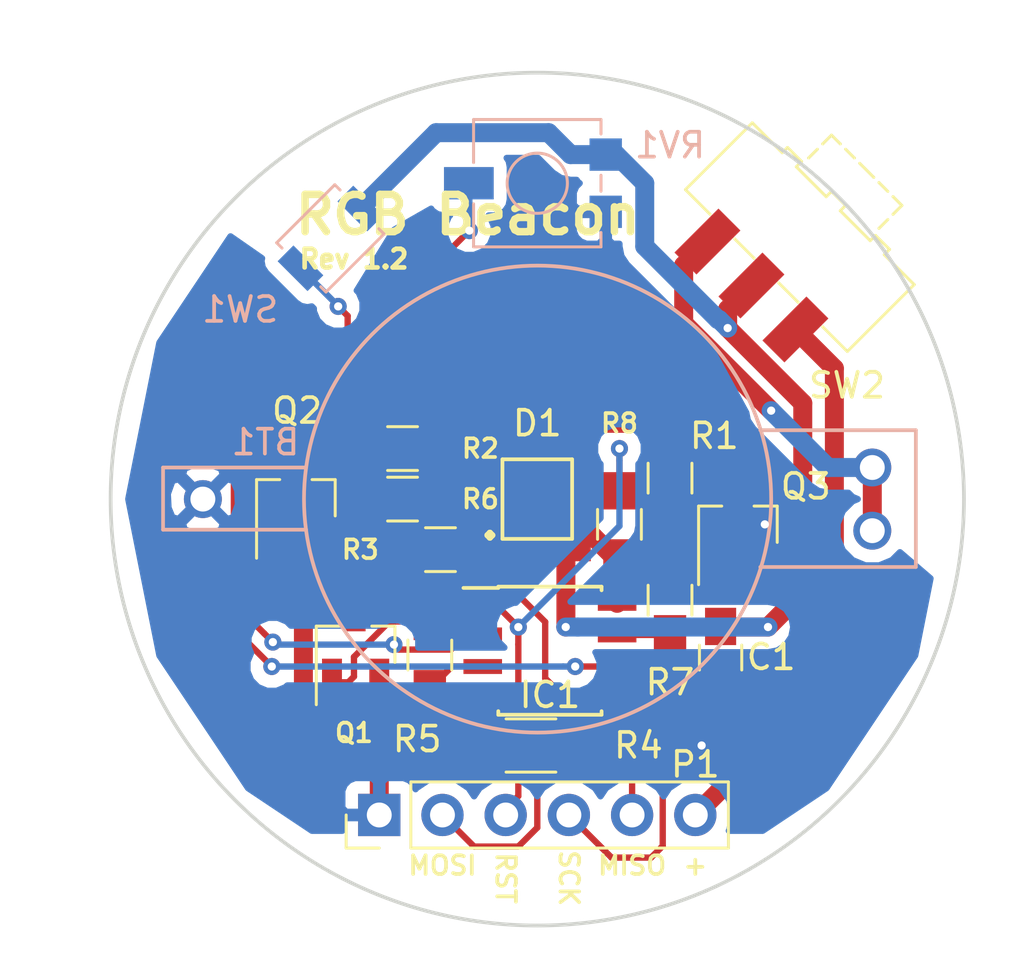
<source format=kicad_pcb>
(kicad_pcb (version 4) (host pcbnew 4.0.4-stable)

  (general
    (links 37)
    (no_connects 0)
    (area 127 61.214 168.148001 99.695001)
    (thickness 1.6)
    (drawings 9)
    (tracks 171)
    (zones 0)
    (modules 19)
    (nets 20)
  )

  (page A4)
  (layers
    (0 F.Cu signal)
    (31 B.Cu signal)
    (32 B.Adhes user)
    (33 F.Adhes user)
    (34 B.Paste user)
    (35 F.Paste user)
    (36 B.SilkS user)
    (37 F.SilkS user)
    (38 B.Mask user)
    (39 F.Mask user)
    (40 Dwgs.User user)
    (41 Cmts.User user)
    (42 Eco1.User user)
    (43 Eco2.User user)
    (44 Edge.Cuts user)
    (45 Margin user)
    (46 B.CrtYd user)
    (47 F.CrtYd user)
    (48 B.Fab user)
    (49 F.Fab user)
  )

  (setup
    (last_trace_width 0.254)
    (trace_clearance 0.254)
    (zone_clearance 0.508)
    (zone_45_only no)
    (trace_min 0.1524)
    (segment_width 0.2)
    (edge_width 0.15)
    (via_size 0.6858)
    (via_drill 0.3302)
    (via_min_size 0.6858)
    (via_min_drill 0.3302)
    (uvia_size 0.3)
    (uvia_drill 0.1)
    (uvias_allowed no)
    (uvia_min_size 0.2)
    (uvia_min_drill 0.1)
    (pcb_text_width 0.3)
    (pcb_text_size 1.5 1.5)
    (mod_edge_width 0.15)
    (mod_text_size 1 1)
    (mod_text_width 0.15)
    (pad_size 1.524 1.524)
    (pad_drill 0.762)
    (pad_to_mask_clearance 0.2)
    (aux_axis_origin 148.59 81.28)
    (grid_origin 148.59 81.28)
    (visible_elements 7FFEFFFF)
    (pcbplotparams
      (layerselection 0x010f0_80000001)
      (usegerberextensions false)
      (excludeedgelayer true)
      (linewidth 0.100000)
      (plotframeref false)
      (viasonmask false)
      (mode 1)
      (useauxorigin false)
      (hpglpennumber 1)
      (hpglpenspeed 20)
      (hpglpendiameter 15)
      (hpglpenoverlay 2)
      (psnegative false)
      (psa4output false)
      (plotreference true)
      (plotvalue false)
      (plotinvisibletext false)
      (padsonsilk false)
      (subtractmaskfromsilk true)
      (outputformat 1)
      (mirror false)
      (drillshape 0)
      (scaleselection 1)
      (outputdirectory Export/))
  )

  (net 0 "")
  (net 1 "Net-(D1-Pad3)")
  (net 2 "Net-(D1-Pad1)")
  (net 3 GND)
  (net 4 +3V3)
  (net 5 "Net-(Q1-Pad1)")
  (net 6 "Net-(Q2-Pad1)")
  (net 7 "Net-(Q3-Pad1)")
  (net 8 "Net-(BT1-Pad1)")
  (net 9 "Net-(D1-Pad2)")
  (net 10 "Net-(IC1-Pad1)")
  (net 11 /Trim)
  (net 12 /Red)
  (net 13 /Green)
  (net 14 /Switch)
  (net 15 /Blue)
  (net 16 /ICP_PWR)
  (net 17 "Net-(Q1-Pad3)")
  (net 18 "Net-(Q2-Pad3)")
  (net 19 "Net-(Q3-Pad3)")

  (net_class Default "This is the default net class."
    (clearance 0.254)
    (trace_width 0.254)
    (via_dia 0.6858)
    (via_drill 0.3302)
    (uvia_dia 0.3)
    (uvia_drill 0.1)
    (add_net /Blue)
    (add_net /Green)
    (add_net /Red)
    (add_net /Switch)
    (add_net /Trim)
    (add_net "Net-(D1-Pad1)")
    (add_net "Net-(D1-Pad2)")
    (add_net "Net-(D1-Pad3)")
    (add_net "Net-(IC1-Pad1)")
    (add_net "Net-(Q1-Pad1)")
    (add_net "Net-(Q1-Pad3)")
    (add_net "Net-(Q2-Pad1)")
    (add_net "Net-(Q2-Pad3)")
    (add_net "Net-(Q3-Pad1)")
    (add_net "Net-(Q3-Pad3)")
  )

  (net_class Power ""
    (clearance 0.254)
    (trace_width 0.762)
    (via_dia 0.6858)
    (via_drill 0.3302)
    (uvia_dia 0.3)
    (uvia_drill 0.1)
    (add_net +3V3)
    (add_net /ICP_PWR)
    (add_net GND)
    (add_net "Net-(BT1-Pad1)")
  )

  (module Housings_SOIC:SOIC-8_3.9x4.9mm_Pitch1.27mm (layer F.Cu) (tedit 58CD0CDA) (tstamp 59BE2131)
    (at 149.098 87.376)
    (descr "8-Lead Plastic Small Outline (SN) - Narrow, 3.90 mm Body [SOIC] (see Microchip Packaging Specification 00000049BS.pdf)")
    (tags "SOIC 1.27")
    (path /59B6C55D)
    (attr smd)
    (fp_text reference IC1 (at 0 1.778) (layer F.SilkS)
      (effects (font (size 1 1) (thickness 0.15)))
    )
    (fp_text value ATTINY13A-SS (at 0 3.5) (layer F.Fab)
      (effects (font (size 1 1) (thickness 0.15)))
    )
    (fp_text user %R (at 0 0) (layer F.Fab)
      (effects (font (size 1 1) (thickness 0.15)))
    )
    (fp_line (start -0.95 -2.45) (end 1.95 -2.45) (layer F.Fab) (width 0.1))
    (fp_line (start 1.95 -2.45) (end 1.95 2.45) (layer F.Fab) (width 0.1))
    (fp_line (start 1.95 2.45) (end -1.95 2.45) (layer F.Fab) (width 0.1))
    (fp_line (start -1.95 2.45) (end -1.95 -1.45) (layer F.Fab) (width 0.1))
    (fp_line (start -1.95 -1.45) (end -0.95 -2.45) (layer F.Fab) (width 0.1))
    (fp_line (start -3.73 -2.7) (end -3.73 2.7) (layer F.CrtYd) (width 0.05))
    (fp_line (start 3.73 -2.7) (end 3.73 2.7) (layer F.CrtYd) (width 0.05))
    (fp_line (start -3.73 -2.7) (end 3.73 -2.7) (layer F.CrtYd) (width 0.05))
    (fp_line (start -3.73 2.7) (end 3.73 2.7) (layer F.CrtYd) (width 0.05))
    (fp_line (start -2.075 -2.575) (end -2.075 -2.525) (layer F.SilkS) (width 0.15))
    (fp_line (start 2.075 -2.575) (end 2.075 -2.43) (layer F.SilkS) (width 0.15))
    (fp_line (start 2.075 2.575) (end 2.075 2.43) (layer F.SilkS) (width 0.15))
    (fp_line (start -2.075 2.575) (end -2.075 2.43) (layer F.SilkS) (width 0.15))
    (fp_line (start -2.075 -2.575) (end 2.075 -2.575) (layer F.SilkS) (width 0.15))
    (fp_line (start -2.075 2.575) (end 2.075 2.575) (layer F.SilkS) (width 0.15))
    (fp_line (start -2.075 -2.525) (end -3.475 -2.525) (layer F.SilkS) (width 0.15))
    (pad 1 smd rect (at -2.7 -1.905) (size 1.55 0.6) (layers F.Cu F.Paste F.Mask)
      (net 10 "Net-(IC1-Pad1)"))
    (pad 2 smd rect (at -2.7 -0.635) (size 1.55 0.6) (layers F.Cu F.Paste F.Mask)
      (net 11 /Trim))
    (pad 3 smd rect (at -2.7 0.635) (size 1.55 0.6) (layers F.Cu F.Paste F.Mask)
      (net 12 /Red))
    (pad 4 smd rect (at -2.7 1.905) (size 1.55 0.6) (layers F.Cu F.Paste F.Mask)
      (net 3 GND))
    (pad 5 smd rect (at 2.7 1.905) (size 1.55 0.6) (layers F.Cu F.Paste F.Mask)
      (net 13 /Green))
    (pad 6 smd rect (at 2.7 0.635) (size 1.55 0.6) (layers F.Cu F.Paste F.Mask)
      (net 14 /Switch))
    (pad 7 smd rect (at 2.7 -0.635) (size 1.55 0.6) (layers F.Cu F.Paste F.Mask)
      (net 15 /Blue))
    (pad 8 smd rect (at 2.7 -1.905) (size 1.55 0.6) (layers F.Cu F.Paste F.Mask)
      (net 4 +3V3))
    (model ${KISYS3DMOD}/Housings_SOIC.3dshapes/SOIC-8_3.9x4.9mm_Pitch1.27mm.wrl
      (at (xyz 0 0 0))
      (scale (xyz 1 1 1))
      (rotate (xyz 0 0 0))
    )
  )

  (module footprint:HU2032-LF (layer B.Cu) (tedit 59BC0327) (tstamp 5A1C8123)
    (at 162.052 80.01 180)
    (path /59BC04FD)
    (fp_text reference BT1 (at 24.384 1.016 180) (layer B.SilkS)
      (effects (font (size 1 1) (thickness 0.15)) (justify mirror))
    )
    (fp_text value Battery (at 14 -13 180) (layer B.Fab)
      (effects (font (size 1 1) (thickness 0.15)) (justify mirror))
    )
    (fp_line (start 22.75 0) (end 28.5 0) (layer B.SilkS) (width 0.15))
    (fp_line (start 28.5 0) (end 28.5 -2.5) (layer B.SilkS) (width 0.15))
    (fp_line (start 28.5 -2.5) (end 22.75 -2.5) (layer B.SilkS) (width 0.15))
    (fp_line (start 4.5 -4) (end -1.75 -4) (layer B.SilkS) (width 0.15))
    (fp_line (start -1.75 -4) (end -1.75 1.5) (layer B.SilkS) (width 0.15))
    (fp_line (start -1.75 1.5) (end 4.5 1.5) (layer B.SilkS) (width 0.15))
    (fp_circle (center 13.45 -1.27) (end 10 -10) (layer B.SilkS) (width 0.15))
    (pad 1 thru_hole circle (at 0 0 180) (size 1.524 1.524) (drill 1) (layers *.Cu *.Mask)
      (net 8 "Net-(BT1-Pad1)"))
    (pad 1 thru_hole circle (at 0 -2.54 180) (size 1.524 1.524) (drill 1) (layers *.Cu *.Mask)
      (net 8 "Net-(BT1-Pad1)"))
    (pad 2 thru_hole circle (at 26.9 -1.27 180) (size 1.524 1.524) (drill 1) (layers *.Cu *.Mask)
      (net 3 GND))
  )

  (module TO_SOT_Packages_SMD:SOT-23_Handsoldering (layer F.Cu) (tedit 58CE4E7E) (tstamp 59BE2149)
    (at 138.89 81.256 90)
    (descr "SOT-23, Handsoldering")
    (tags SOT-23)
    (path /59BD90D6)
    (attr smd)
    (fp_text reference Q2 (at 3.532 0.048 180) (layer F.SilkS)
      (effects (font (size 1 1) (thickness 0.15)))
    )
    (fp_text value MMBT3904 (at 0 2.5 90) (layer F.Fab)
      (effects (font (size 1 1) (thickness 0.15)))
    )
    (fp_text user %R (at 0 0 180) (layer F.Fab)
      (effects (font (size 0.5 0.5) (thickness 0.075)))
    )
    (fp_line (start 0.76 1.58) (end 0.76 0.65) (layer F.SilkS) (width 0.12))
    (fp_line (start 0.76 -1.58) (end 0.76 -0.65) (layer F.SilkS) (width 0.12))
    (fp_line (start -2.7 -1.75) (end 2.7 -1.75) (layer F.CrtYd) (width 0.05))
    (fp_line (start 2.7 -1.75) (end 2.7 1.75) (layer F.CrtYd) (width 0.05))
    (fp_line (start 2.7 1.75) (end -2.7 1.75) (layer F.CrtYd) (width 0.05))
    (fp_line (start -2.7 1.75) (end -2.7 -1.75) (layer F.CrtYd) (width 0.05))
    (fp_line (start 0.76 -1.58) (end -2.4 -1.58) (layer F.SilkS) (width 0.12))
    (fp_line (start -0.7 -0.95) (end -0.7 1.5) (layer F.Fab) (width 0.1))
    (fp_line (start -0.15 -1.52) (end 0.7 -1.52) (layer F.Fab) (width 0.1))
    (fp_line (start -0.7 -0.95) (end -0.15 -1.52) (layer F.Fab) (width 0.1))
    (fp_line (start 0.7 -1.52) (end 0.7 1.52) (layer F.Fab) (width 0.1))
    (fp_line (start -0.7 1.52) (end 0.7 1.52) (layer F.Fab) (width 0.1))
    (fp_line (start 0.76 1.58) (end -0.7 1.58) (layer F.SilkS) (width 0.12))
    (pad 1 smd rect (at -1.5 -0.95 90) (size 1.9 0.8) (layers F.Cu F.Paste F.Mask)
      (net 6 "Net-(Q2-Pad1)"))
    (pad 2 smd rect (at -1.5 0.95 90) (size 1.9 0.8) (layers F.Cu F.Paste F.Mask)
      (net 3 GND))
    (pad 3 smd rect (at 1.5 0 90) (size 1.9 0.8) (layers F.Cu F.Paste F.Mask)
      (net 18 "Net-(Q2-Pad3)"))
    (model ${KISYS3DMOD}/TO_SOT_Packages_SMD.3dshapes\SOT-23.wrl
      (at (xyz 0 0 0))
      (scale (xyz 1 1 1))
      (rotate (xyz 0 0 0))
    )
  )

  (module Potentiometers:Potentiometer_Trimmer_Vishay_TS53YL (layer B.Cu) (tedit 58826B0B) (tstamp 59BE2181)
    (at 148.59 68.58)
    (descr "Spindle Trimmer Potentiometer, Vishay TS53YL, https://www.bourns.com/pdfs/3224.pdf")
    (tags "Spindle Trimmer Potentiometer   Vishay TS53YL")
    (path /59BBEDC6)
    (attr smd)
    (fp_text reference RV1 (at 5.334 -1.524 180) (layer B.SilkS)
      (effects (font (size 1 1) (thickness 0.15)) (justify mirror))
    )
    (fp_text value POT (at -0.18 -3.75) (layer B.Fab)
      (effects (font (size 1 1) (thickness 0.15)) (justify mirror))
    )
    (fp_line (start -2.5 2.5) (end -2.5 -2.5) (layer B.Fab) (width 0.1))
    (fp_line (start -2.5 -2.5) (end 2.5 -2.5) (layer B.Fab) (width 0.1))
    (fp_line (start 2.5 -2.5) (end 2.5 2.5) (layer B.Fab) (width 0.1))
    (fp_line (start 2.5 2.5) (end -2.5 2.5) (layer B.Fab) (width 0.1))
    (fp_line (start -0.92 0.06) (end -0.06 0.06) (layer B.Fab) (width 0.1))
    (fp_line (start -0.06 0.06) (end -0.06 0.92) (layer B.Fab) (width 0.1))
    (fp_line (start -0.06 0.92) (end 0.06 0.92) (layer B.Fab) (width 0.1))
    (fp_line (start 0.06 0.92) (end 0.06 0.06) (layer B.Fab) (width 0.1))
    (fp_line (start 0.06 0.06) (end 0.92 0.06) (layer B.Fab) (width 0.1))
    (fp_line (start 0.92 0.06) (end 0.92 -0.06) (layer B.Fab) (width 0.1))
    (fp_line (start 0.92 -0.06) (end 0.06 -0.06) (layer B.Fab) (width 0.1))
    (fp_line (start 0.06 -0.06) (end 0.06 -0.92) (layer B.Fab) (width 0.1))
    (fp_line (start 0.06 -0.92) (end -0.06 -0.92) (layer B.Fab) (width 0.1))
    (fp_line (start -0.06 -0.92) (end -0.06 -0.06) (layer B.Fab) (width 0.1))
    (fp_line (start -0.06 -0.06) (end -0.92 -0.06) (layer B.Fab) (width 0.1))
    (fp_line (start -0.92 -0.06) (end -0.92 0.06) (layer B.Fab) (width 0.1))
    (fp_line (start -2.56 2.56) (end 2.56 2.56) (layer B.SilkS) (width 0.12))
    (fp_line (start -2.56 -2.56) (end 2.56 -2.56) (layer B.SilkS) (width 0.12))
    (fp_line (start -2.56 2.56) (end -2.56 0.83) (layer B.SilkS) (width 0.12))
    (fp_line (start -2.56 -0.83) (end -2.56 -2.56) (layer B.SilkS) (width 0.12))
    (fp_line (start 2.56 2.56) (end 2.56 1.98) (layer B.SilkS) (width 0.12))
    (fp_line (start 2.56 0.32) (end 2.56 -0.32) (layer B.SilkS) (width 0.12))
    (fp_line (start 2.56 -1.98) (end 2.56 -2.56) (layer B.SilkS) (width 0.12))
    (fp_line (start -4.03 2.75) (end -4.03 -2.75) (layer B.CrtYd) (width 0.05))
    (fp_line (start -4.03 -2.75) (end 3.67 -2.75) (layer B.CrtYd) (width 0.05))
    (fp_line (start 3.67 -2.75) (end 3.67 2.75) (layer B.CrtYd) (width 0.05))
    (fp_line (start 3.67 2.75) (end -4.03 2.75) (layer B.CrtYd) (width 0.05))
    (fp_circle (center 0 0) (end 1.15 0) (layer B.Fab) (width 0.1))
    (fp_circle (center 0 0) (end 1.21 0) (layer B.SilkS) (width 0.12))
    (pad 1 smd rect (at 2.75 1.15) (size 1.3 1.3) (layers B.Cu B.Mask)
      (net 3 GND))
    (pad 2 smd rect (at -2.75 0) (size 2 1.3) (layers B.Cu B.Mask)
      (net 11 /Trim))
    (pad 3 smd rect (at 2.75 -1.15) (size 1.3 1.3) (layers B.Cu B.Mask)
      (net 4 +3V3))
    (model Potentiometers.3dshapes/Potentiometer_Trimmer_Vishay_TS53YL.wrl
      (at (xyz 0.04 0 0))
      (scale (xyz 0.39 0.39 0.39))
      (rotate (xyz 0 0 0))
    )
  )

  (module Socket_Strips:Socket_Strip_Straight_1x06_Pitch2.54mm (layer F.Cu) (tedit 58CD5446) (tstamp 59BE213B)
    (at 142.24 93.98 90)
    (descr "Through hole straight socket strip, 1x06, 2.54mm pitch, single row")
    (tags "Through hole socket strip THT 1x06 2.54mm single row")
    (path /59BC24C6)
    (fp_text reference P1 (at 2.032 12.7 180) (layer F.SilkS)
      (effects (font (size 1 1) (thickness 0.15)))
    )
    (fp_text value CONN_01X06 (at 0 15.03 90) (layer F.Fab)
      (effects (font (size 1 1) (thickness 0.15)))
    )
    (fp_line (start -1.27 -1.27) (end -1.27 13.97) (layer F.Fab) (width 0.1))
    (fp_line (start -1.27 13.97) (end 1.27 13.97) (layer F.Fab) (width 0.1))
    (fp_line (start 1.27 13.97) (end 1.27 -1.27) (layer F.Fab) (width 0.1))
    (fp_line (start 1.27 -1.27) (end -1.27 -1.27) (layer F.Fab) (width 0.1))
    (fp_line (start -1.33 1.27) (end -1.33 14.03) (layer F.SilkS) (width 0.12))
    (fp_line (start -1.33 14.03) (end 1.33 14.03) (layer F.SilkS) (width 0.12))
    (fp_line (start 1.33 14.03) (end 1.33 1.27) (layer F.SilkS) (width 0.12))
    (fp_line (start 1.33 1.27) (end -1.33 1.27) (layer F.SilkS) (width 0.12))
    (fp_line (start -1.33 0) (end -1.33 -1.33) (layer F.SilkS) (width 0.12))
    (fp_line (start -1.33 -1.33) (end 0 -1.33) (layer F.SilkS) (width 0.12))
    (fp_line (start -1.8 -1.8) (end -1.8 14.5) (layer F.CrtYd) (width 0.05))
    (fp_line (start -1.8 14.5) (end 1.8 14.5) (layer F.CrtYd) (width 0.05))
    (fp_line (start 1.8 14.5) (end 1.8 -1.8) (layer F.CrtYd) (width 0.05))
    (fp_line (start 1.8 -1.8) (end -1.8 -1.8) (layer F.CrtYd) (width 0.05))
    (fp_text user %R (at 0 -2.33 90) (layer F.Fab)
      (effects (font (size 1 1) (thickness 0.15)))
    )
    (pad 1 thru_hole rect (at 0 0 90) (size 1.7 1.7) (drill 1) (layers *.Cu *.Mask)
      (net 3 GND))
    (pad 2 thru_hole oval (at 0 2.54 90) (size 1.7 1.7) (drill 1) (layers *.Cu *.Mask)
      (net 13 /Green))
    (pad 3 thru_hole oval (at 0 5.08 90) (size 1.7 1.7) (drill 1) (layers *.Cu *.Mask)
      (net 10 "Net-(IC1-Pad1)"))
    (pad 4 thru_hole oval (at 0 7.62 90) (size 1.7 1.7) (drill 1) (layers *.Cu *.Mask)
      (net 15 /Blue))
    (pad 5 thru_hole oval (at 0 10.16 90) (size 1.7 1.7) (drill 1) (layers *.Cu *.Mask)
      (net 14 /Switch))
    (pad 6 thru_hole oval (at 0 12.7 90) (size 1.7 1.7) (drill 1) (layers *.Cu *.Mask)
      (net 16 /ICP_PWR))
    (model ${KISYS3DMOD}/Socket_Strips.3dshapes/Socket_Strip_Straight_1x06_Pitch2.54mm.wrl
      (at (xyz 0 -0.25 0))
      (scale (xyz 1 1 1))
      (rotate (xyz 0 0 270))
    )
  )

  (module TO_SOT_Packages_SMD:SOT-23_Handsoldering (layer F.Cu) (tedit 59BE7029) (tstamp 59BE2142)
    (at 141.29 87.146 90)
    (descr "SOT-23, Handsoldering")
    (tags SOT-23)
    (path /59BD907B)
    (attr smd)
    (fp_text reference Q1 (at -3.532 -0.066 180) (layer F.SilkS)
      (effects (font (size 0.75 0.75) (thickness 0.15)))
    )
    (fp_text value MMBT3904 (at 0 2.5 90) (layer F.Fab)
      (effects (font (size 1 1) (thickness 0.15)))
    )
    (fp_text user %R (at 0 0 180) (layer F.Fab)
      (effects (font (size 0.5 0.5) (thickness 0.075)))
    )
    (fp_line (start 0.76 1.58) (end 0.76 0.65) (layer F.SilkS) (width 0.12))
    (fp_line (start 0.76 -1.58) (end 0.76 -0.65) (layer F.SilkS) (width 0.12))
    (fp_line (start -2.7 -1.75) (end 2.7 -1.75) (layer F.CrtYd) (width 0.05))
    (fp_line (start 2.7 -1.75) (end 2.7 1.75) (layer F.CrtYd) (width 0.05))
    (fp_line (start 2.7 1.75) (end -2.7 1.75) (layer F.CrtYd) (width 0.05))
    (fp_line (start -2.7 1.75) (end -2.7 -1.75) (layer F.CrtYd) (width 0.05))
    (fp_line (start 0.76 -1.58) (end -2.4 -1.58) (layer F.SilkS) (width 0.12))
    (fp_line (start -0.7 -0.95) (end -0.7 1.5) (layer F.Fab) (width 0.1))
    (fp_line (start -0.15 -1.52) (end 0.7 -1.52) (layer F.Fab) (width 0.1))
    (fp_line (start -0.7 -0.95) (end -0.15 -1.52) (layer F.Fab) (width 0.1))
    (fp_line (start 0.7 -1.52) (end 0.7 1.52) (layer F.Fab) (width 0.1))
    (fp_line (start -0.7 1.52) (end 0.7 1.52) (layer F.Fab) (width 0.1))
    (fp_line (start 0.76 1.58) (end -0.7 1.58) (layer F.SilkS) (width 0.12))
    (pad 1 smd rect (at -1.5 -0.95 90) (size 1.9 0.8) (layers F.Cu F.Paste F.Mask)
      (net 5 "Net-(Q1-Pad1)"))
    (pad 2 smd rect (at -1.5 0.95 90) (size 1.9 0.8) (layers F.Cu F.Paste F.Mask)
      (net 3 GND))
    (pad 3 smd rect (at 1.5 0 90) (size 1.9 0.8) (layers F.Cu F.Paste F.Mask)
      (net 17 "Net-(Q1-Pad3)"))
    (model ${KISYS3DMOD}/TO_SOT_Packages_SMD.3dshapes\SOT-23.wrl
      (at (xyz 0 0 0))
      (scale (xyz 1 1 1))
      (rotate (xyz 0 0 0))
    )
  )

  (module TO_SOT_Packages_SMD:SOT-23_Handsoldering (layer F.Cu) (tedit 58CE4E7E) (tstamp 59BE2150)
    (at 156.652 82.32 90)
    (descr "SOT-23, Handsoldering")
    (tags SOT-23)
    (path /59BD9129)
    (attr smd)
    (fp_text reference Q3 (at 1.548 2.728 180) (layer F.SilkS)
      (effects (font (size 1 1) (thickness 0.15)))
    )
    (fp_text value MMBT3904 (at 0 2.5 90) (layer F.Fab)
      (effects (font (size 1 1) (thickness 0.15)))
    )
    (fp_text user %R (at 0 0 180) (layer F.Fab)
      (effects (font (size 0.5 0.5) (thickness 0.075)))
    )
    (fp_line (start 0.76 1.58) (end 0.76 0.65) (layer F.SilkS) (width 0.12))
    (fp_line (start 0.76 -1.58) (end 0.76 -0.65) (layer F.SilkS) (width 0.12))
    (fp_line (start -2.7 -1.75) (end 2.7 -1.75) (layer F.CrtYd) (width 0.05))
    (fp_line (start 2.7 -1.75) (end 2.7 1.75) (layer F.CrtYd) (width 0.05))
    (fp_line (start 2.7 1.75) (end -2.7 1.75) (layer F.CrtYd) (width 0.05))
    (fp_line (start -2.7 1.75) (end -2.7 -1.75) (layer F.CrtYd) (width 0.05))
    (fp_line (start 0.76 -1.58) (end -2.4 -1.58) (layer F.SilkS) (width 0.12))
    (fp_line (start -0.7 -0.95) (end -0.7 1.5) (layer F.Fab) (width 0.1))
    (fp_line (start -0.15 -1.52) (end 0.7 -1.52) (layer F.Fab) (width 0.1))
    (fp_line (start -0.7 -0.95) (end -0.15 -1.52) (layer F.Fab) (width 0.1))
    (fp_line (start 0.7 -1.52) (end 0.7 1.52) (layer F.Fab) (width 0.1))
    (fp_line (start -0.7 1.52) (end 0.7 1.52) (layer F.Fab) (width 0.1))
    (fp_line (start 0.76 1.58) (end -0.7 1.58) (layer F.SilkS) (width 0.12))
    (pad 1 smd rect (at -1.5 -0.95 90) (size 1.9 0.8) (layers F.Cu F.Paste F.Mask)
      (net 7 "Net-(Q3-Pad1)"))
    (pad 2 smd rect (at -1.5 0.95 90) (size 1.9 0.8) (layers F.Cu F.Paste F.Mask)
      (net 3 GND))
    (pad 3 smd rect (at 1.5 0 90) (size 1.9 0.8) (layers F.Cu F.Paste F.Mask)
      (net 19 "Net-(Q3-Pad3)"))
    (model ${KISYS3DMOD}/TO_SOT_Packages_SMD.3dshapes\SOT-23.wrl
      (at (xyz 0 0 0))
      (scale (xyz 1 1 1))
      (rotate (xyz 0 0 0))
    )
  )

  (module Resistors_SMD:R_0805_HandSoldering (layer F.Cu) (tedit 58E0A804) (tstamp 59BE2156)
    (at 153.924 80.438 90)
    (descr "Resistor SMD 0805, hand soldering")
    (tags "resistor 0805")
    (path /59BBA413)
    (attr smd)
    (fp_text reference R1 (at 1.698 1.778 360) (layer F.SilkS)
      (effects (font (size 1 1) (thickness 0.15)))
    )
    (fp_text value 8 (at 0 1.75 90) (layer F.Fab)
      (effects (font (size 1 1) (thickness 0.15)))
    )
    (fp_text user %R (at -0.08 0 90) (layer F.Fab)
      (effects (font (size 0.5 0.5) (thickness 0.075)))
    )
    (fp_line (start -1 0.62) (end -1 -0.62) (layer F.Fab) (width 0.1))
    (fp_line (start 1 0.62) (end -1 0.62) (layer F.Fab) (width 0.1))
    (fp_line (start 1 -0.62) (end 1 0.62) (layer F.Fab) (width 0.1))
    (fp_line (start -1 -0.62) (end 1 -0.62) (layer F.Fab) (width 0.1))
    (fp_line (start 0.6 0.88) (end -0.6 0.88) (layer F.SilkS) (width 0.12))
    (fp_line (start -0.6 -0.88) (end 0.6 -0.88) (layer F.SilkS) (width 0.12))
    (fp_line (start -2.35 -0.9) (end 2.35 -0.9) (layer F.CrtYd) (width 0.05))
    (fp_line (start -2.35 -0.9) (end -2.35 0.9) (layer F.CrtYd) (width 0.05))
    (fp_line (start 2.35 0.9) (end 2.35 -0.9) (layer F.CrtYd) (width 0.05))
    (fp_line (start 2.35 0.9) (end -2.35 0.9) (layer F.CrtYd) (width 0.05))
    (pad 1 smd rect (at -1.35 0 90) (size 1.5 1.3) (layers F.Cu F.Paste F.Mask)
      (net 19 "Net-(Q3-Pad3)"))
    (pad 2 smd rect (at 1.35 0 90) (size 1.5 1.3) (layers F.Cu F.Paste F.Mask)
      (net 1 "Net-(D1-Pad3)"))
    (model ${KISYS3DMOD}/Resistors_SMD.3dshapes/R_0805.wrl
      (at (xyz 0 0 0))
      (scale (xyz 1 1 1))
      (rotate (xyz 0 0 0))
    )
  )

  (module Resistors_SMD:R_0805_HandSoldering (layer F.Cu) (tedit 5A1C8643) (tstamp 59BE215C)
    (at 143.176 79.248)
    (descr "Resistor SMD 0805, hand soldering")
    (tags "resistor 0805")
    (path /59BBA492)
    (attr smd)
    (fp_text reference R2 (at 3.128 0) (layer F.SilkS)
      (effects (font (size 0.75 0.75) (thickness 0.15)))
    )
    (fp_text value 8 (at 0 1.75) (layer F.Fab)
      (effects (font (size 1 1) (thickness 0.15)))
    )
    (fp_text user %R (at 0 0) (layer F.Fab)
      (effects (font (size 0.5 0.5) (thickness 0.075)))
    )
    (fp_line (start -1 0.62) (end -1 -0.62) (layer F.Fab) (width 0.1))
    (fp_line (start 1 0.62) (end -1 0.62) (layer F.Fab) (width 0.1))
    (fp_line (start 1 -0.62) (end 1 0.62) (layer F.Fab) (width 0.1))
    (fp_line (start -1 -0.62) (end 1 -0.62) (layer F.Fab) (width 0.1))
    (fp_line (start 0.6 0.88) (end -0.6 0.88) (layer F.SilkS) (width 0.12))
    (fp_line (start -0.6 -0.88) (end 0.6 -0.88) (layer F.SilkS) (width 0.12))
    (fp_line (start -2.35 -0.9) (end 2.35 -0.9) (layer F.CrtYd) (width 0.05))
    (fp_line (start -2.35 -0.9) (end -2.35 0.9) (layer F.CrtYd) (width 0.05))
    (fp_line (start 2.35 0.9) (end 2.35 -0.9) (layer F.CrtYd) (width 0.05))
    (fp_line (start 2.35 0.9) (end -2.35 0.9) (layer F.CrtYd) (width 0.05))
    (pad 1 smd rect (at -1.35 0) (size 1.5 1.3) (layers F.Cu F.Paste F.Mask)
      (net 18 "Net-(Q2-Pad3)"))
    (pad 2 smd rect (at 1.35 0) (size 1.5 1.3) (layers F.Cu F.Paste F.Mask)
      (net 9 "Net-(D1-Pad2)"))
    (model ${KISYS3DMOD}/Resistors_SMD.3dshapes/R_0805.wrl
      (at (xyz 0 0 0))
      (scale (xyz 1 1 1))
      (rotate (xyz 0 0 0))
    )
  )

  (module Resistors_SMD:R_0805_HandSoldering (layer F.Cu) (tedit 59BE703D) (tstamp 59BE2162)
    (at 144.7 83.312)
    (descr "Resistor SMD 0805, hand soldering")
    (tags "resistor 0805")
    (path /59BBA4F5)
    (attr smd)
    (fp_text reference R3 (at -3.222 0 180) (layer F.SilkS)
      (effects (font (size 0.75 0.75) (thickness 0.15)))
    )
    (fp_text value 36 (at 0 1.75) (layer F.Fab)
      (effects (font (size 1 1) (thickness 0.15)))
    )
    (fp_text user %R (at 0 0) (layer F.Fab)
      (effects (font (size 0.5 0.5) (thickness 0.075)))
    )
    (fp_line (start -1 0.62) (end -1 -0.62) (layer F.Fab) (width 0.1))
    (fp_line (start 1 0.62) (end -1 0.62) (layer F.Fab) (width 0.1))
    (fp_line (start 1 -0.62) (end 1 0.62) (layer F.Fab) (width 0.1))
    (fp_line (start -1 -0.62) (end 1 -0.62) (layer F.Fab) (width 0.1))
    (fp_line (start 0.6 0.88) (end -0.6 0.88) (layer F.SilkS) (width 0.12))
    (fp_line (start -0.6 -0.88) (end 0.6 -0.88) (layer F.SilkS) (width 0.12))
    (fp_line (start -2.35 -0.9) (end 2.35 -0.9) (layer F.CrtYd) (width 0.05))
    (fp_line (start -2.35 -0.9) (end -2.35 0.9) (layer F.CrtYd) (width 0.05))
    (fp_line (start 2.35 0.9) (end 2.35 -0.9) (layer F.CrtYd) (width 0.05))
    (fp_line (start 2.35 0.9) (end -2.35 0.9) (layer F.CrtYd) (width 0.05))
    (pad 1 smd rect (at -1.35 0) (size 1.5 1.3) (layers F.Cu F.Paste F.Mask)
      (net 17 "Net-(Q1-Pad3)"))
    (pad 2 smd rect (at 1.35 0) (size 1.5 1.3) (layers F.Cu F.Paste F.Mask)
      (net 2 "Net-(D1-Pad1)"))
    (model ${KISYS3DMOD}/Resistors_SMD.3dshapes/R_0805.wrl
      (at (xyz 0 0 0))
      (scale (xyz 1 1 1))
      (rotate (xyz 0 0 0))
    )
  )

  (module Resistors_SMD:R_0805_HandSoldering (layer F.Cu) (tedit 58E0A804) (tstamp 59BE216E)
    (at 144.272 87.55 90)
    (descr "Resistor SMD 0805, hand soldering")
    (tags "resistor 0805")
    (path /59BBDF04)
    (attr smd)
    (fp_text reference R5 (at -3.382 -0.508 360) (layer F.SilkS)
      (effects (font (size 1 1) (thickness 0.15)))
    )
    (fp_text value 7k2 (at 0 1.75 90) (layer F.Fab)
      (effects (font (size 1 1) (thickness 0.15)))
    )
    (fp_text user %R (at 0 0 90) (layer F.Fab)
      (effects (font (size 0.5 0.5) (thickness 0.075)))
    )
    (fp_line (start -1 0.62) (end -1 -0.62) (layer F.Fab) (width 0.1))
    (fp_line (start 1 0.62) (end -1 0.62) (layer F.Fab) (width 0.1))
    (fp_line (start 1 -0.62) (end 1 0.62) (layer F.Fab) (width 0.1))
    (fp_line (start -1 -0.62) (end 1 -0.62) (layer F.Fab) (width 0.1))
    (fp_line (start 0.6 0.88) (end -0.6 0.88) (layer F.SilkS) (width 0.12))
    (fp_line (start -0.6 -0.88) (end 0.6 -0.88) (layer F.SilkS) (width 0.12))
    (fp_line (start -2.35 -0.9) (end 2.35 -0.9) (layer F.CrtYd) (width 0.05))
    (fp_line (start -2.35 -0.9) (end -2.35 0.9) (layer F.CrtYd) (width 0.05))
    (fp_line (start 2.35 0.9) (end 2.35 -0.9) (layer F.CrtYd) (width 0.05))
    (fp_line (start 2.35 0.9) (end -2.35 0.9) (layer F.CrtYd) (width 0.05))
    (pad 1 smd rect (at -1.35 0 90) (size 1.5 1.3) (layers F.Cu F.Paste F.Mask)
      (net 12 /Red))
    (pad 2 smd rect (at 1.35 0 90) (size 1.5 1.3) (layers F.Cu F.Paste F.Mask)
      (net 5 "Net-(Q1-Pad1)"))
    (model ${KISYS3DMOD}/Resistors_SMD.3dshapes/R_0805.wrl
      (at (xyz 0 0 0))
      (scale (xyz 1 1 1))
      (rotate (xyz 0 0 0))
    )
  )

  (module Resistors_SMD:R_0805_HandSoldering (layer F.Cu) (tedit 5A1C8635) (tstamp 59BE2174)
    (at 143.176 81.28 180)
    (descr "Resistor SMD 0805, hand soldering")
    (tags "resistor 0805")
    (path /59BBDE93)
    (attr smd)
    (fp_text reference R6 (at -3.128 0 180) (layer F.SilkS)
      (effects (font (size 0.75 0.75) (thickness 0.15)))
    )
    (fp_text value 7k2 (at 0 1.75 180) (layer F.Fab)
      (effects (font (size 1 1) (thickness 0.15)))
    )
    (fp_text user %R (at 0 0 180) (layer F.Fab)
      (effects (font (size 0.5 0.5) (thickness 0.075)))
    )
    (fp_line (start -1 0.62) (end -1 -0.62) (layer F.Fab) (width 0.1))
    (fp_line (start 1 0.62) (end -1 0.62) (layer F.Fab) (width 0.1))
    (fp_line (start 1 -0.62) (end 1 0.62) (layer F.Fab) (width 0.1))
    (fp_line (start -1 -0.62) (end 1 -0.62) (layer F.Fab) (width 0.1))
    (fp_line (start 0.6 0.88) (end -0.6 0.88) (layer F.SilkS) (width 0.12))
    (fp_line (start -0.6 -0.88) (end 0.6 -0.88) (layer F.SilkS) (width 0.12))
    (fp_line (start -2.35 -0.9) (end 2.35 -0.9) (layer F.CrtYd) (width 0.05))
    (fp_line (start -2.35 -0.9) (end -2.35 0.9) (layer F.CrtYd) (width 0.05))
    (fp_line (start 2.35 0.9) (end 2.35 -0.9) (layer F.CrtYd) (width 0.05))
    (fp_line (start 2.35 0.9) (end -2.35 0.9) (layer F.CrtYd) (width 0.05))
    (pad 1 smd rect (at -1.35 0 180) (size 1.5 1.3) (layers F.Cu F.Paste F.Mask)
      (net 13 /Green))
    (pad 2 smd rect (at 1.35 0 180) (size 1.5 1.3) (layers F.Cu F.Paste F.Mask)
      (net 6 "Net-(Q2-Pad1)"))
    (model ${KISYS3DMOD}/Resistors_SMD.3dshapes/R_0805.wrl
      (at (xyz 0 0 0))
      (scale (xyz 1 1 1))
      (rotate (xyz 0 0 0))
    )
  )

  (module Resistors_SMD:R_0805_HandSoldering (layer F.Cu) (tedit 58E0A804) (tstamp 59BE217A)
    (at 153.924 85.344 90)
    (descr "Resistor SMD 0805, hand soldering")
    (tags "resistor 0805")
    (path /59BBDDE0)
    (attr smd)
    (fp_text reference R7 (at -3.302 0 180) (layer F.SilkS)
      (effects (font (size 1 1) (thickness 0.15)))
    )
    (fp_text value 7k2 (at 0 1.75 90) (layer F.Fab)
      (effects (font (size 1 1) (thickness 0.15)))
    )
    (fp_text user %R (at 0 0 270) (layer F.Fab)
      (effects (font (size 0.5 0.5) (thickness 0.075)))
    )
    (fp_line (start -1 0.62) (end -1 -0.62) (layer F.Fab) (width 0.1))
    (fp_line (start 1 0.62) (end -1 0.62) (layer F.Fab) (width 0.1))
    (fp_line (start 1 -0.62) (end 1 0.62) (layer F.Fab) (width 0.1))
    (fp_line (start -1 -0.62) (end 1 -0.62) (layer F.Fab) (width 0.1))
    (fp_line (start 0.6 0.88) (end -0.6 0.88) (layer F.SilkS) (width 0.12))
    (fp_line (start -0.6 -0.88) (end 0.6 -0.88) (layer F.SilkS) (width 0.12))
    (fp_line (start -2.35 -0.9) (end 2.35 -0.9) (layer F.CrtYd) (width 0.05))
    (fp_line (start -2.35 -0.9) (end -2.35 0.9) (layer F.CrtYd) (width 0.05))
    (fp_line (start 2.35 0.9) (end 2.35 -0.9) (layer F.CrtYd) (width 0.05))
    (fp_line (start 2.35 0.9) (end -2.35 0.9) (layer F.CrtYd) (width 0.05))
    (pad 1 smd rect (at -1.35 0 90) (size 1.5 1.3) (layers F.Cu F.Paste F.Mask)
      (net 15 /Blue))
    (pad 2 smd rect (at 1.35 0 90) (size 1.5 1.3) (layers F.Cu F.Paste F.Mask)
      (net 7 "Net-(Q3-Pad1)"))
    (model ${KISYS3DMOD}/Resistors_SMD.3dshapes/R_0805.wrl
      (at (xyz 0 0 0))
      (scale (xyz 1 1 1))
      (rotate (xyz 0 0 0))
    )
  )

  (module Buttons_Switches_SMD:SW_SPST_B3U-1000P (layer B.Cu) (tedit 58724258) (tstamp 59BE2187)
    (at 140.275918 70.798082 225)
    (descr "Ultra-small-sized Tactile Switch with High Contact Reliability, Top-actuated Model, without Ground Terminal, without Boss")
    (tags "Tactile Switch")
    (path /59BDFB4F)
    (attr smd)
    (fp_text reference SW1 (at 4.586179 0.538815 540) (layer B.SilkS)
      (effects (font (size 1 1) (thickness 0.15)) (justify mirror))
    )
    (fp_text value SW_PUSH (at 0 -2.5 225) (layer B.Fab)
      (effects (font (size 1 1) (thickness 0.15)) (justify mirror))
    )
    (fp_text user %R (at 0.275656 2.694077 225) (layer B.Fab)
      (effects (font (size 1 1) (thickness 0.15)) (justify mirror))
    )
    (fp_line (start -2.4 -1.65) (end 2.4 -1.65) (layer B.CrtYd) (width 0.05))
    (fp_line (start 2.4 -1.65) (end 2.4 1.65) (layer B.CrtYd) (width 0.05))
    (fp_line (start 2.4 1.65) (end -2.4 1.65) (layer B.CrtYd) (width 0.05))
    (fp_line (start -2.4 1.65) (end -2.4 -1.65) (layer B.CrtYd) (width 0.05))
    (fp_line (start -1.65 -1.1) (end -1.65 -1.4) (layer B.SilkS) (width 0.12))
    (fp_line (start -1.65 -1.4) (end 1.65 -1.4) (layer B.SilkS) (width 0.12))
    (fp_line (start 1.65 -1.4) (end 1.65 -1.1) (layer B.SilkS) (width 0.12))
    (fp_line (start -1.65 1.1) (end -1.65 1.4) (layer B.SilkS) (width 0.12))
    (fp_line (start -1.65 1.4) (end 1.65 1.4) (layer B.SilkS) (width 0.12))
    (fp_line (start 1.65 1.4) (end 1.65 1.1) (layer B.SilkS) (width 0.12))
    (fp_line (start -1.5 1.25) (end 1.5 1.25) (layer B.Fab) (width 0.1))
    (fp_line (start 1.5 1.25) (end 1.5 -1.25) (layer B.Fab) (width 0.1))
    (fp_line (start 1.5 -1.25) (end -1.5 -1.25) (layer B.Fab) (width 0.1))
    (fp_line (start -1.5 -1.25) (end -1.5 1.25) (layer B.Fab) (width 0.1))
    (fp_circle (center 0 0) (end 0.75 0) (layer B.Fab) (width 0.1))
    (pad 1 smd rect (at -1.7 0 225) (size 0.9 1.7) (layers B.Cu B.Paste B.Mask)
      (net 4 +3V3))
    (pad 2 smd rect (at 1.7 0 225) (size 0.9 1.7) (layers B.Cu B.Paste B.Mask)
      (net 14 /Switch))
    (model ${KISYS3DMOD}/Buttons_Switches_SMD.3dshapes/SW_SPST_B3U-1000P.wrl
      (at (xyz 0 0 0))
      (scale (xyz 1 1 1))
      (rotate (xyz 0 0 0))
    )
  )

  (module Buttons_Switches_SMD:SW_SPDT_CK-JS102011SAQN (layer F.Cu) (tedit 58A50DA6) (tstamp 59BE2190)
    (at 159.139837 70.747837 135)
    (descr http://www.ckswitches.com/media/1422/js.pdf)
    (tags "switch spdt")
    (path /59BC02EE)
    (attr smd)
    (fp_text reference SW2 (at -5.555261 -2.873682 180) (layer F.SilkS)
      (effects (font (size 1 1) (thickness 0.15)))
    )
    (fp_text value Switch_SPDT_x2 (at 0 -2.9 135) (layer F.Fab)
      (effects (font (size 1 1) (thickness 0.15)))
    )
    (fp_line (start -4.5 -1.8) (end 4.5 -1.8) (layer F.Fab) (width 0.1))
    (fp_line (start 4.5 -1.8) (end 4.5 1.8) (layer F.Fab) (width 0.1))
    (fp_line (start 4.5 1.8) (end -4.4 1.8) (layer F.Fab) (width 0.1))
    (fp_line (start -4.4 1.8) (end -4.5 1.8) (layer F.Fab) (width 0.1))
    (fp_line (start -4.5 1.8) (end -4.5 1.8) (layer F.Fab) (width 0.1))
    (fp_line (start -4.5 -1.8) (end -4.5 1.8) (layer F.Fab) (width 0.1))
    (fp_line (start -4.5 1.8) (end -4.5 1.8) (layer F.Fab) (width 0.1))
    (fp_text user %R (at 0 0 135) (layer F.Fab)
      (effects (font (size 1 1) (thickness 0.15)))
    )
    (fp_line (start -1.5 1.8) (end -1.5 1.8) (layer F.Fab) (width 0.1))
    (fp_line (start 3.2 -1.9) (end 4.6 -1.9) (layer F.SilkS) (width 0.12))
    (fp_line (start 4.6 -1.9) (end 4.6 1.9) (layer F.SilkS) (width 0.12))
    (fp_line (start -4.6 1.9) (end -4.6 -1.9) (layer F.SilkS) (width 0.12))
    (fp_line (start -4.6 -1.9) (end -3.2 -1.9) (layer F.SilkS) (width 0.12))
    (fp_line (start 1.8 -1.9) (end 0.7 -1.9) (layer F.SilkS) (width 0.12))
    (fp_line (start 0.7 -1.9) (end 0.7 -1.9) (layer F.SilkS) (width 0.12))
    (fp_line (start -0.7 -1.9) (end -1.8 -1.9) (layer F.SilkS) (width 0.12))
    (fp_line (start -1.8 -1.9) (end -1.8 -1.9) (layer F.SilkS) (width 0.12))
    (fp_line (start 0.3 1.8) (end 0.3 2.1) (layer F.Fab) (width 0.1))
    (fp_line (start 0.3 2.1) (end -0.3 2.1) (layer F.Fab) (width 0.1))
    (fp_line (start -0.3 2.1) (end -0.3 1.8) (layer F.Fab) (width 0.1))
    (fp_line (start -0.3 1.8) (end -0.3 1.8) (layer F.Fab) (width 0.1))
    (fp_line (start -2.2 1.8) (end -2.2 2.1) (layer F.Fab) (width 0.1))
    (fp_line (start -2.2 2.1) (end -2.8 2.1) (layer F.Fab) (width 0.1))
    (fp_line (start -2.8 2.1) (end -2.8 1.8) (layer F.Fab) (width 0.1))
    (fp_line (start -2.8 1.8) (end -2.8 1.8) (layer F.Fab) (width 0.1))
    (fp_line (start 2.2 1.8) (end 2.2 2.1) (layer F.Fab) (width 0.1))
    (fp_line (start 2.2 2.1) (end 2.8 2.1) (layer F.Fab) (width 0.1))
    (fp_line (start 2.8 2.1) (end 2.8 1.8) (layer F.Fab) (width 0.1))
    (fp_line (start 2.8 1.8) (end 2.8 1.8) (layer F.Fab) (width 0.1))
    (fp_line (start 4.6 1.9) (end 2.9 1.9) (layer F.SilkS) (width 0.12))
    (fp_line (start 2.9 1.9) (end 2.9 2.2) (layer F.SilkS) (width 0.12))
    (fp_line (start 2.9 2.2) (end 2.1 2.2) (layer F.SilkS) (width 0.12))
    (fp_line (start 2.1 2.2) (end 2.1 1.9) (layer F.SilkS) (width 0.12))
    (fp_line (start 2.1 1.9) (end 0.4 1.9) (layer F.SilkS) (width 0.12))
    (fp_line (start 0.4 1.9) (end 0.4 2.2) (layer F.SilkS) (width 0.12))
    (fp_line (start 0.4 2.2) (end -0.4 2.2) (layer F.SilkS) (width 0.12))
    (fp_line (start -0.4 2.2) (end -0.4 1.9) (layer F.SilkS) (width 0.12))
    (fp_line (start -0.4 1.9) (end -2.1 1.9) (layer F.SilkS) (width 0.12))
    (fp_line (start -2.1 1.9) (end -2.1 2.2) (layer F.SilkS) (width 0.12))
    (fp_line (start -2.1 2.2) (end -2.9 2.2) (layer F.SilkS) (width 0.12))
    (fp_line (start -2.9 2.2) (end -2.9 1.9) (layer F.SilkS) (width 0.12))
    (fp_line (start -2.9 1.9) (end -4.6 1.9) (layer F.SilkS) (width 0.12))
    (fp_line (start -4.6 1.9) (end -4.6 1.9) (layer F.SilkS) (width 0.12))
    (fp_line (start -0.5 1.8) (end -0.5 3.8) (layer F.Fab) (width 0.1))
    (fp_line (start -0.5 3.8) (end -2 3.8) (layer F.Fab) (width 0.1))
    (fp_line (start -2 3.8) (end -2 1.8) (layer F.Fab) (width 0.1))
    (fp_line (start -2 1.8) (end -2 1.8) (layer F.Fab) (width 0.1))
    (fp_line (start -5 -2.25) (end -5 2.25) (layer F.CrtYd) (width 0.05))
    (fp_line (start -5 2.25) (end -3.25 2.25) (layer F.CrtYd) (width 0.05))
    (fp_line (start -3.25 2.25) (end -3.25 2.75) (layer F.CrtYd) (width 0.05))
    (fp_line (start -3.25 2.75) (end -2.5 2.75) (layer F.CrtYd) (width 0.05))
    (fp_line (start -2.5 2.75) (end -2.5 4.25) (layer F.CrtYd) (width 0.05))
    (fp_line (start -2.5 4.25) (end 2.5 4.25) (layer F.CrtYd) (width 0.05))
    (fp_line (start 2.5 4.25) (end 2.5 2.5) (layer F.CrtYd) (width 0.05))
    (fp_line (start 2.5 2.5) (end 3.25 2.5) (layer F.CrtYd) (width 0.05))
    (fp_line (start 3.25 2.5) (end 3.25 2.25) (layer F.CrtYd) (width 0.05))
    (fp_line (start 3.25 2.25) (end 5 2.25) (layer F.CrtYd) (width 0.05))
    (fp_line (start 5 2.25) (end 5 -2.25) (layer F.CrtYd) (width 0.05))
    (fp_line (start 5 -2.25) (end 3.5 -2.25) (layer F.CrtYd) (width 0.05))
    (fp_line (start 3.5 -2.25) (end 3.5 -4.5) (layer F.CrtYd) (width 0.05))
    (fp_line (start 3.5 -4.5) (end -3.5 -4.5) (layer F.CrtYd) (width 0.05))
    (fp_line (start -3.5 -4.5) (end -3.5 -2.25) (layer F.CrtYd) (width 0.05))
    (fp_line (start -3.5 -2.25) (end -5 -2.25) (layer F.CrtYd) (width 0.05))
    (fp_line (start -5 -2.25) (end -5 -2.25) (layer F.CrtYd) (width 0.05))
    (fp_line (start -2 3.8) (end -2 3.3) (layer F.SilkS) (width 0.12))
    (fp_line (start -2 3.3) (end -2 3.3) (layer F.SilkS) (width 0.12))
    (fp_line (start -2 3.8) (end -1.5 3.8) (layer F.SilkS) (width 0.12))
    (fp_line (start -1.5 3.8) (end -1.5 3.8) (layer F.SilkS) (width 0.12))
    (fp_line (start 2 3.8) (end 1.5 3.8) (layer F.SilkS) (width 0.12))
    (fp_line (start 1.5 3.8) (end 1.5 3.8) (layer F.SilkS) (width 0.12))
    (fp_line (start 2 3.8) (end 2 3.3) (layer F.SilkS) (width 0.12))
    (fp_line (start 2 3.3) (end 2 3.3) (layer F.SilkS) (width 0.12))
    (fp_line (start 2 3) (end 2 2.5) (layer F.SilkS) (width 0.12))
    (fp_line (start 2 2.5) (end 2 2.5) (layer F.SilkS) (width 0.12))
    (fp_line (start -2 3) (end -2 2.5) (layer F.SilkS) (width 0.12))
    (fp_line (start -2 2.5) (end -2 2.5) (layer F.SilkS) (width 0.12))
    (fp_line (start -1.2 3.8) (end -0.7 3.8) (layer F.SilkS) (width 0.12))
    (fp_line (start -0.7 3.8) (end -0.7 3.8) (layer F.SilkS) (width 0.12))
    (fp_line (start 1.2 3.8) (end 0.7 3.8) (layer F.SilkS) (width 0.12))
    (fp_line (start 0.7 3.8) (end 0.7 3.8) (layer F.SilkS) (width 0.12))
    (fp_line (start 0.4 3.8) (end -0.4 3.8) (layer F.SilkS) (width 0.12))
    (fp_line (start -0.4 3.8) (end -0.4 3.8) (layer F.SilkS) (width 0.12))
    (pad 1 smd rect (at -2.5 -2.75 135) (size 1.25 2.5) (layers F.Cu F.Paste F.Mask)
      (net 16 /ICP_PWR))
    (pad 2 smd rect (at 0 -2.75 135) (size 1.25 2.5) (layers F.Cu F.Paste F.Mask)
      (net 4 +3V3))
    (pad 3 smd rect (at 2.5 -2.75 135) (size 1.25 2.5) (layers F.Cu F.Paste F.Mask)
      (net 8 "Net-(BT1-Pad1)"))
    (pad "" np_thru_hole circle (at -3.4 0 135) (size 0.9 0.9) (drill 0.9) (layers *.Cu *.Mask))
    (pad "" np_thru_hole circle (at 3.4 0 135) (size 0.9 0.9) (drill 0.9) (layers *.Cu *.Mask))
    (model ${KISYS3DMOD}/Buttons_Switches_SMD.3dshapes/SW_SPDT_CK-JS102011SAQN.wrl
      (at (xyz 0 0 0))
      (scale (xyz 1 1 1))
      (rotate (xyz 0 0 0))
    )
  )

  (module footprint:ASMB-MTB1-0A3A2 (layer F.Cu) (tedit 59BE570D) (tstamp 59BE5801)
    (at 148.59 81.28)
    (path /59BDDC1F)
    (fp_text reference D1 (at 0 -3.048) (layer F.SilkS)
      (effects (font (size 1 1) (thickness 0.15)))
    )
    (fp_text value LED_RABG_2 (at 0 4.445) (layer F.Fab)
      (effects (font (size 1 1) (thickness 0.15)))
    )
    (fp_text user . (at -1.905 0.635) (layer F.SilkS)
      (effects (font (size 2 2) (thickness 0.25)))
    )
    (fp_line (start -1.4 1.6) (end -1.4 -1.6) (layer F.SilkS) (width 0.15))
    (fp_line (start 1.4 -1.6) (end 1.4 1.6) (layer F.SilkS) (width 0.15))
    (fp_line (start 1.4 -1.6) (end -1.4 -1.6) (layer F.SilkS) (width 0.15))
    (fp_line (start 1.4 1.6) (end -1.4 1.6) (layer F.SilkS) (width 0.15))
    (pad 1 smd rect (at -0.75 1.5) (size 1.1 1.5) (layers F.Cu F.Paste F.Mask)
      (net 2 "Net-(D1-Pad1)") (solder_mask_margin 0.1))
    (pad 2 smd rect (at -0.75 -1.5) (size 1.1 1.5) (layers F.Cu F.Paste F.Mask)
      (net 9 "Net-(D1-Pad2)") (solder_mask_margin 0.1))
    (pad 3 smd rect (at 0.75 -1.5) (size 1.1 1.5) (layers F.Cu F.Paste F.Mask)
      (net 1 "Net-(D1-Pad3)") (solder_mask_margin 0.1))
    (pad 4 smd rect (at 1.15 1.5) (size 2 2) (layers F.Cu F.Paste F.Mask)
      (net 4 +3V3) (solder_mask_margin 0.1))
  )

  (module Resistors_SMD:R_1206_HandSoldering (layer F.Cu) (tedit 58E0A804) (tstamp 59BE6C84)
    (at 148.336 91.186)
    (descr "Resistor SMD 1206, hand soldering")
    (tags "resistor 1206")
    (path /59BBF1B5)
    (attr smd)
    (fp_text reference R4 (at 4.318 0) (layer F.SilkS)
      (effects (font (size 1 1) (thickness 0.15)))
    )
    (fp_text value 10k (at 0 1.9) (layer F.Fab)
      (effects (font (size 1 1) (thickness 0.15)))
    )
    (fp_text user %R (at 0 0) (layer F.Fab)
      (effects (font (size 0.7 0.7) (thickness 0.105)))
    )
    (fp_line (start -1.6 0.8) (end -1.6 -0.8) (layer F.Fab) (width 0.1))
    (fp_line (start 1.6 0.8) (end -1.6 0.8) (layer F.Fab) (width 0.1))
    (fp_line (start 1.6 -0.8) (end 1.6 0.8) (layer F.Fab) (width 0.1))
    (fp_line (start -1.6 -0.8) (end 1.6 -0.8) (layer F.Fab) (width 0.1))
    (fp_line (start 1 1.07) (end -1 1.07) (layer F.SilkS) (width 0.12))
    (fp_line (start -1 -1.07) (end 1 -1.07) (layer F.SilkS) (width 0.12))
    (fp_line (start -3.25 -1.11) (end 3.25 -1.11) (layer F.CrtYd) (width 0.05))
    (fp_line (start -3.25 -1.11) (end -3.25 1.1) (layer F.CrtYd) (width 0.05))
    (fp_line (start 3.25 1.1) (end 3.25 -1.11) (layer F.CrtYd) (width 0.05))
    (fp_line (start 3.25 1.1) (end -3.25 1.1) (layer F.CrtYd) (width 0.05))
    (pad 1 smd rect (at -2 0) (size 2 1.7) (layers F.Cu F.Paste F.Mask)
      (net 3 GND))
    (pad 2 smd rect (at 2 0) (size 2 1.7) (layers F.Cu F.Paste F.Mask)
      (net 14 /Switch))
    (model ${KISYS3DMOD}/Resistors_SMD.3dshapes/R_1206.wrl
      (at (xyz 0 0 0))
      (scale (xyz 1 1 1))
      (rotate (xyz 0 0 0))
    )
  )

  (module Capacitors_SMD:C_0805_HandSoldering (layer F.Cu) (tedit 58AA84A8) (tstamp 59DA6D6C)
    (at 155.956 87.65 270)
    (descr "Capacitor SMD 0805, hand soldering")
    (tags "capacitor 0805")
    (path /59DA7182)
    (attr smd)
    (fp_text reference C1 (at -0.02 -2.032 360) (layer F.SilkS)
      (effects (font (size 1 1) (thickness 0.15)))
    )
    (fp_text value 0.1uF (at 0 1.75 270) (layer F.Fab)
      (effects (font (size 1 1) (thickness 0.15)))
    )
    (fp_text user %R (at 0 -1.75 270) (layer F.Fab)
      (effects (font (size 1 1) (thickness 0.15)))
    )
    (fp_line (start -1 0.62) (end -1 -0.62) (layer F.Fab) (width 0.1))
    (fp_line (start 1 0.62) (end -1 0.62) (layer F.Fab) (width 0.1))
    (fp_line (start 1 -0.62) (end 1 0.62) (layer F.Fab) (width 0.1))
    (fp_line (start -1 -0.62) (end 1 -0.62) (layer F.Fab) (width 0.1))
    (fp_line (start 0.5 -0.85) (end -0.5 -0.85) (layer F.SilkS) (width 0.12))
    (fp_line (start -0.5 0.85) (end 0.5 0.85) (layer F.SilkS) (width 0.12))
    (fp_line (start -2.25 -0.88) (end 2.25 -0.88) (layer F.CrtYd) (width 0.05))
    (fp_line (start -2.25 -0.88) (end -2.25 0.87) (layer F.CrtYd) (width 0.05))
    (fp_line (start 2.25 0.87) (end 2.25 -0.88) (layer F.CrtYd) (width 0.05))
    (fp_line (start 2.25 0.87) (end -2.25 0.87) (layer F.CrtYd) (width 0.05))
    (pad 1 smd rect (at -1.25 0 270) (size 1.5 1.25) (layers F.Cu F.Paste F.Mask)
      (net 4 +3V3))
    (pad 2 smd rect (at 1.25 0 270) (size 1.5 1.25) (layers F.Cu F.Paste F.Mask)
      (net 3 GND))
    (model Capacitors_SMD.3dshapes/C_0805.wrl
      (at (xyz 0 0 0))
      (scale (xyz 1 1 1))
      (rotate (xyz 0 0 0))
    )
  )

  (module Resistors_SMD:R_0805_HandSoldering (layer F.Cu) (tedit 5A1C8658) (tstamp 5A1C7C61)
    (at 151.892 82.296 90)
    (descr "Resistor SMD 0805, hand soldering")
    (tags "resistor 0805")
    (path /5A1C817C)
    (attr smd)
    (fp_text reference R8 (at 4.064 0 360) (layer F.SilkS)
      (effects (font (size 0.75 0.75) (thickness 0.15)))
    )
    (fp_text value 10k (at 0 1.75 90) (layer F.Fab)
      (effects (font (size 1 1) (thickness 0.15)))
    )
    (fp_text user %R (at 0 0 90) (layer F.Fab)
      (effects (font (size 0.5 0.5) (thickness 0.075)))
    )
    (fp_line (start -1 0.62) (end -1 -0.62) (layer F.Fab) (width 0.1))
    (fp_line (start 1 0.62) (end -1 0.62) (layer F.Fab) (width 0.1))
    (fp_line (start 1 -0.62) (end 1 0.62) (layer F.Fab) (width 0.1))
    (fp_line (start -1 -0.62) (end 1 -0.62) (layer F.Fab) (width 0.1))
    (fp_line (start 0.6 0.88) (end -0.6 0.88) (layer F.SilkS) (width 0.12))
    (fp_line (start -0.6 -0.88) (end 0.6 -0.88) (layer F.SilkS) (width 0.12))
    (fp_line (start -2.35 -0.9) (end 2.35 -0.9) (layer F.CrtYd) (width 0.05))
    (fp_line (start -2.35 -0.9) (end -2.35 0.9) (layer F.CrtYd) (width 0.05))
    (fp_line (start 2.35 0.9) (end 2.35 -0.9) (layer F.CrtYd) (width 0.05))
    (fp_line (start 2.35 0.9) (end -2.35 0.9) (layer F.CrtYd) (width 0.05))
    (pad 1 smd rect (at -1.35 0 90) (size 1.5 1.3) (layers F.Cu F.Paste F.Mask)
      (net 4 +3V3))
    (pad 2 smd rect (at 1.35 0 90) (size 1.5 1.3) (layers F.Cu F.Paste F.Mask)
      (net 10 "Net-(IC1-Pad1)"))
    (model ${KISYS3DMOD}/Resistors_SMD.3dshapes/R_0805.wrl
      (at (xyz 0 0 0))
      (scale (xyz 1 1 1))
      (rotate (xyz 0 0 0))
    )
  )

  (gr_text + (at 154.94 96.012) (layer F.SilkS)
    (effects (font (size 0.75 0.75) (thickness 0.15)))
  )
  (gr_text MISO (at 152.4 96.012) (layer F.SilkS)
    (effects (font (size 0.75 0.75) (thickness 0.15)))
  )
  (gr_text SCK (at 149.86 96.52 270) (layer F.SilkS)
    (effects (font (size 0.75 0.75) (thickness 0.15)))
  )
  (gr_text RST (at 147.32 96.52 270) (layer F.SilkS)
    (effects (font (size 0.75 0.75) (thickness 0.15)))
  )
  (gr_text MOSI (at 144.78 96.012) (layer F.SilkS)
    (effects (font (size 0.75 0.75) (thickness 0.15)))
  )
  (gr_text "Rev 1.2" (at 141.224 71.628) (layer F.SilkS)
    (effects (font (size 0.75 0.75) (thickness 0.1875)))
  )
  (gr_text "RGB Beacon" (at 145.796 69.85) (layer F.SilkS)
    (effects (font (size 1.5 1.5) (thickness 0.3)))
  )
  (gr_circle (center 148.59 81.28) (end 165.1 80.645) (layer Margin) (width 0.2))
  (gr_circle (center 148.59 81.28) (end 165.735 81.28) (layer Edge.Cuts) (width 0.15))

  (segment (start 149.34 79.78) (end 149.34 79.58) (width 0.254) (layer F.Cu) (net 1))
  (segment (start 149.34 79.58) (end 150.434 78.486) (width 0.254) (layer F.Cu) (net 1))
  (segment (start 150.434 78.486) (end 153.422 78.486) (width 0.254) (layer F.Cu) (net 1))
  (segment (start 153.422 78.486) (end 153.924 78.988) (width 0.254) (layer F.Cu) (net 1))
  (segment (start 153.924 78.988) (end 153.924 79.088) (width 0.254) (layer F.Cu) (net 1))
  (segment (start 146.05 83.312) (end 147.308 83.312) (width 0.254) (layer F.Cu) (net 2))
  (segment (start 147.308 83.312) (end 147.84 82.78) (width 0.254) (layer F.Cu) (net 2))
  (segment (start 147.61 82.55) (end 147.84 82.78) (width 0.254) (layer F.Cu) (net 2))
  (segment (start 157.734 82.780929) (end 157.734 82.295996) (width 0.762) (layer F.Cu) (net 3))
  (segment (start 157.734 83.688) (end 157.734 82.780929) (width 0.762) (layer F.Cu) (net 3))
  (segment (start 157.602 83.82) (end 157.734 83.688) (width 0.762) (layer F.Cu) (net 3))
  (via (at 157.734 82.295996) (size 0.6858) (drill 0.3302) (layers F.Cu B.Cu) (net 3))
  (segment (start 155.956 88.9) (end 155.956 90.424) (width 0.762) (layer F.Cu) (net 3))
  (segment (start 155.956 90.424) (end 155.194 91.186) (width 0.762) (layer F.Cu) (net 3))
  (via (at 155.194 91.186) (size 0.6858) (drill 0.3302) (layers F.Cu B.Cu) (net 3))
  (segment (start 139.192 85.116) (end 139.192 89.991002) (width 0.762) (layer F.Cu) (net 3))
  (segment (start 139.192 89.991002) (end 139.558998 90.358) (width 0.762) (layer F.Cu) (net 3))
  (segment (start 139.558998 90.358) (end 142.24 90.358) (width 0.762) (layer F.Cu) (net 3))
  (segment (start 139.84 82.756) (end 139.84 84.468) (width 0.762) (layer F.Cu) (net 3))
  (segment (start 139.84 84.468) (end 139.192 85.116) (width 0.762) (layer F.Cu) (net 3))
  (segment (start 142.24 88.646) (end 142.24 90.358) (width 0.762) (layer F.Cu) (net 3))
  (segment (start 142.24 90.358) (end 143.068 91.186) (width 0.762) (layer F.Cu) (net 3))
  (segment (start 143.068 91.186) (end 143.422 91.186) (width 0.762) (layer F.Cu) (net 3))
  (segment (start 146.336 91.186) (end 143.422 91.186) (width 0.762) (layer F.Cu) (net 3))
  (segment (start 143.422 91.186) (end 142.24 92.368) (width 0.762) (layer F.Cu) (net 3))
  (segment (start 142.24 92.368) (end 142.24 93.98) (width 0.762) (layer F.Cu) (net 3))
  (segment (start 146.336 91.186) (end 146.336 89.343) (width 0.762) (layer F.Cu) (net 3))
  (segment (start 146.336 89.343) (end 146.398 89.281) (width 0.762) (layer F.Cu) (net 3) (tstamp 59BE6CCC))
  (segment (start 157.861 86.4235) (end 159.258 85.0265) (width 0.762) (layer F.Cu) (net 4))
  (segment (start 159.258 85.0265) (end 159.258 77.420896) (width 0.762) (layer F.Cu) (net 4))
  (segment (start 159.258 77.420896) (end 156.2407 74.403596) (width 0.762) (layer F.Cu) (net 4))
  (segment (start 156.2407 74.403596) (end 155.897801 74.060697) (width 0.762) (layer B.Cu) (net 4))
  (segment (start 155.897801 74.060697) (end 155.848697 74.060697) (width 0.762) (layer B.Cu) (net 4))
  (segment (start 155.848697 74.060697) (end 152.908 71.12) (width 0.762) (layer B.Cu) (net 4))
  (segment (start 152.908 71.12) (end 152.908 68.58) (width 0.762) (layer B.Cu) (net 4))
  (segment (start 151.758 67.43) (end 151.34 67.43) (width 0.762) (layer B.Cu) (net 4))
  (segment (start 152.908 68.58) (end 151.758 67.43) (width 0.762) (layer B.Cu) (net 4))
  (via (at 156.2407 74.403596) (size 0.6858) (drill 0.3302) (layers F.Cu B.Cu) (net 4))
  (segment (start 156.2407 73.646974) (end 157.195293 72.692381) (width 0.762) (layer F.Cu) (net 4))
  (segment (start 156.2407 74.403596) (end 156.2407 73.646974) (width 0.762) (layer F.Cu) (net 4))
  (segment (start 157.195293 72.692381) (end 157.241119 72.692381) (width 0.762) (layer F.Cu) (net 4))
  (segment (start 157.861 86.4235) (end 155.9795 86.4235) (width 0.762) (layer F.Cu) (net 4))
  (segment (start 155.9795 86.4235) (end 155.956 86.4) (width 0.762) (layer F.Cu) (net 4))
  (segment (start 150.217933 86.4235) (end 157.861 86.4235) (width 0.762) (layer B.Cu) (net 4))
  (via (at 157.861 86.4235) (size 0.6858) (drill 0.3302) (layers F.Cu B.Cu) (net 4))
  (segment (start 149.733 86.4235) (end 150.217933 86.4235) (width 0.762) (layer B.Cu) (net 4))
  (segment (start 149.74 82.78) (end 149.74 86.4165) (width 0.762) (layer F.Cu) (net 4))
  (segment (start 149.74 86.4165) (end 149.733 86.4235) (width 0.762) (layer F.Cu) (net 4))
  (via (at 149.733 86.4235) (size 0.6858) (drill 0.3302) (layers F.Cu B.Cu) (net 4))
  (segment (start 151.798 85.471) (end 151.798 83.74) (width 0.762) (layer F.Cu) (net 4))
  (segment (start 151.798 83.74) (end 151.892 83.646) (width 0.762) (layer F.Cu) (net 4))
  (segment (start 151.798 83.74) (end 150.838 82.78) (width 0.762) (layer F.Cu) (net 4) (tstamp 5A1C7CC4))
  (segment (start 150.838 82.78) (end 149.74 82.78) (width 0.762) (layer F.Cu) (net 4) (tstamp 5A1C7CC5))
  (segment (start 151.34 67.43) (end 151.483002 67.43) (width 0.762) (layer B.Cu) (net 4))
  (segment (start 144.526 66.548) (end 149.046 66.548) (width 0.762) (layer B.Cu) (net 4))
  (segment (start 149.046 66.548) (end 149.928 67.43) (width 0.762) (layer B.Cu) (net 4))
  (segment (start 149.928 67.43) (end 151.34 67.43) (width 0.762) (layer B.Cu) (net 4))
  (segment (start 141.478 69.596) (end 144.526 66.548) (width 0.762) (layer B.Cu) (net 4))
  (segment (start 141.224 88.416) (end 141.224 87.626198) (width 0.254) (layer F.Cu) (net 5))
  (segment (start 141.224 87.626198) (end 142.650198 86.2) (width 0.254) (layer F.Cu) (net 5))
  (segment (start 143.368 86.2) (end 144.272 86.2) (width 0.254) (layer F.Cu) (net 5))
  (segment (start 142.650198 86.2) (end 143.368 86.2) (width 0.254) (layer F.Cu) (net 5))
  (segment (start 140.34 88.646) (end 140.994 88.646) (width 0.254) (layer F.Cu) (net 5))
  (segment (start 140.994 88.646) (end 141.224 88.416) (width 0.254) (layer F.Cu) (net 5))
  (segment (start 140.568 81.28) (end 141.826 81.28) (width 0.254) (layer F.Cu) (net 6))
  (segment (start 138.866 81.28) (end 140.568 81.28) (width 0.254) (layer F.Cu) (net 6))
  (segment (start 137.94 82.756) (end 137.94 82.206) (width 0.254) (layer F.Cu) (net 6))
  (segment (start 137.94 82.206) (end 138.866 81.28) (width 0.254) (layer F.Cu) (net 6))
  (segment (start 153.924 83.994) (end 155.528 83.994) (width 0.254) (layer F.Cu) (net 7))
  (segment (start 155.528 83.994) (end 155.702 83.82) (width 0.254) (layer F.Cu) (net 7))
  (segment (start 157.988 77.724) (end 160.274 80.01) (width 0.762) (layer B.Cu) (net 8))
  (segment (start 160.274 80.01) (end 162.052 80.01) (width 0.762) (layer B.Cu) (net 8))
  (segment (start 155.427526 70.924614) (end 154.472933 71.879207) (width 0.762) (layer F.Cu) (net 8))
  (via (at 157.988 77.724) (size 0.6858) (drill 0.3302) (layers F.Cu B.Cu) (net 8))
  (segment (start 154.472933 71.879207) (end 154.472933 74.208933) (width 0.762) (layer F.Cu) (net 8))
  (segment (start 154.472933 74.208933) (end 157.988 77.724) (width 0.762) (layer F.Cu) (net 8))
  (segment (start 162.052 80.01) (end 162.052 82.55) (width 0.762) (layer F.Cu) (net 8))
  (segment (start 144.526 79.248) (end 147.308 79.248) (width 0.254) (layer F.Cu) (net 9))
  (segment (start 147.308 79.248) (end 147.84 79.78) (width 0.254) (layer F.Cu) (net 9))
  (segment (start 147.84 79.58) (end 147.84 79.78) (width 0.254) (layer F.Cu) (net 9))
  (segment (start 147.574 79.514) (end 147.84 79.78) (width 0.254) (layer F.Cu) (net 9))
  (segment (start 151.891994 79.732933) (end 151.891994 79.248) (width 0.254) (layer B.Cu) (net 10))
  (segment (start 151.892 79.248006) (end 151.891994 79.248) (width 0.254) (layer F.Cu) (net 10))
  (via (at 151.891994 79.248) (size 0.6858) (drill 0.3302) (layers F.Cu B.Cu) (net 10))
  (segment (start 147.828 86.426) (end 151.891994 82.362006) (width 0.254) (layer B.Cu) (net 10))
  (segment (start 151.892 80.946) (end 151.892 79.248006) (width 0.254) (layer F.Cu) (net 10))
  (segment (start 151.891994 82.362006) (end 151.891994 79.732933) (width 0.254) (layer B.Cu) (net 10))
  (via (at 147.828 86.426) (size 0.6858) (drill 0.3302) (layers F.Cu B.Cu) (net 10))
  (segment (start 147.828 93.218) (end 147.828 87.122) (width 0.254) (layer F.Cu) (net 10))
  (segment (start 147.828 86.426) (end 147.828 87.122) (width 0.254) (layer F.Cu) (net 10))
  (segment (start 147.32 93.98) (end 147.32 93.726) (width 0.254) (layer F.Cu) (net 10))
  (segment (start 147.32 93.726) (end 147.828 93.218) (width 0.254) (layer F.Cu) (net 10))
  (segment (start 147.828 86.426) (end 146.873 85.471) (width 0.254) (layer F.Cu) (net 10))
  (segment (start 146.873 85.471) (end 146.398 85.471) (width 0.254) (layer F.Cu) (net 10))
  (segment (start 137.621082 86.686317) (end 137.963981 87.029216) (width 0.254) (layer F.Cu) (net 11))
  (segment (start 136.906 85.971235) (end 137.621082 86.686317) (width 0.254) (layer F.Cu) (net 11))
  (segment (start 136.906 79.458436) (end 136.906 85.971235) (width 0.254) (layer F.Cu) (net 11))
  (segment (start 141.478011 74.866489) (end 141.478011 74.886425) (width 0.254) (layer F.Cu) (net 11))
  (segment (start 145.8595 70.485) (end 141.478011 74.866489) (width 0.254) (layer F.Cu) (net 11))
  (segment (start 141.478011 74.886425) (end 136.906 79.458436) (width 0.254) (layer F.Cu) (net 11))
  (segment (start 142.830086 87.130174) (end 138.064939 87.130174) (width 0.254) (layer B.Cu) (net 11))
  (via (at 137.963981 87.029216) (size 0.6858) (drill 0.3302) (layers F.Cu B.Cu) (net 11))
  (segment (start 138.064939 87.130174) (end 137.963981 87.029216) (width 0.254) (layer B.Cu) (net 11))
  (segment (start 145.8595 70.485) (end 145.8595 68.5995) (width 0.254) (layer B.Cu) (net 11))
  (segment (start 145.8595 68.5995) (end 145.84 68.58) (width 0.254) (layer B.Cu) (net 11))
  (via (at 145.8595 70.485) (size 0.6858) (drill 0.3302) (layers F.Cu B.Cu) (net 11))
  (segment (start 146.398 86.741) (end 145.712566 86.741) (width 0.254) (layer F.Cu) (net 11))
  (segment (start 145.122565 87.331001) (end 143.030913 87.331001) (width 0.254) (layer F.Cu) (net 11))
  (segment (start 145.712566 86.741) (end 145.122565 87.331001) (width 0.254) (layer F.Cu) (net 11))
  (segment (start 143.030913 87.331001) (end 142.830086 87.130174) (width 0.254) (layer F.Cu) (net 11))
  (via (at 142.830086 87.130174) (size 0.6858) (drill 0.3302) (layers F.Cu B.Cu) (net 11))
  (segment (start 146.398 88.011) (end 145.161 88.011) (width 0.254) (layer F.Cu) (net 12))
  (segment (start 145.161 88.011) (end 144.272 88.9) (width 0.254) (layer F.Cu) (net 12))
  (segment (start 144.526 81.28) (end 144.526 83.873802) (width 0.254) (layer F.Cu) (net 13))
  (segment (start 144.526 83.873802) (end 144.995199 84.343001) (width 0.254) (layer F.Cu) (net 13))
  (segment (start 144.995199 84.343001) (end 147.030803 84.343001) (width 0.254) (layer F.Cu) (net 13))
  (segment (start 147.030803 84.343001) (end 148.9075 86.219698) (width 0.254) (layer F.Cu) (net 13))
  (segment (start 148.9075 86.219698) (end 148.9075 88.483302) (width 0.254) (layer F.Cu) (net 13))
  (segment (start 148.9075 88.483302) (end 149.705198 89.281) (width 0.254) (layer F.Cu) (net 13))
  (segment (start 146.05 95.25) (end 147.828 95.25) (width 0.254) (layer F.Cu) (net 13))
  (segment (start 144.78 93.98) (end 146.05 95.25) (width 0.254) (layer F.Cu) (net 13))
  (segment (start 148.59 94.488) (end 148.59 90.396198) (width 0.254) (layer F.Cu) (net 13))
  (segment (start 148.59 90.396198) (end 149.705198 89.281) (width 0.254) (layer F.Cu) (net 13))
  (segment (start 149.705198 89.281) (end 150.769 89.281) (width 0.254) (layer F.Cu) (net 13))
  (segment (start 147.866999 95.211001) (end 148.59 94.488) (width 0.254) (layer F.Cu) (net 13))
  (segment (start 151.798 89.281) (end 150.769 89.281) (width 0.254) (layer F.Cu) (net 13))
  (segment (start 152.273 89.281) (end 151.798 89.281) (width 0.254) (layer F.Cu) (net 13))
  (via (at 137.922 88.011) (size 0.6858) (drill 0.3302) (layers F.Cu B.Cu) (net 14))
  (segment (start 149.629067 88.011) (end 137.922 88.011) (width 0.254) (layer B.Cu) (net 14))
  (segment (start 137.922 88.011) (end 136.397989 86.486989) (width 0.254) (layer F.Cu) (net 14))
  (via (at 150.114 88.011) (size 0.6858) (drill 0.3302) (layers F.Cu B.Cu) (net 14))
  (segment (start 150.114 88.011) (end 149.629067 88.011) (width 0.254) (layer B.Cu) (net 14))
  (segment (start 151.798 88.011) (end 150.114 88.011) (width 0.254) (layer F.Cu) (net 14))
  (segment (start 136.397989 86.486989) (end 136.397989 79.248011) (width 0.254) (layer F.Cu) (net 14))
  (segment (start 136.397989 79.248011) (end 140.97 74.676) (width 0.254) (layer F.Cu) (net 14))
  (segment (start 140.97 74.676) (end 140.97 73.914) (width 0.254) (layer F.Cu) (net 14))
  (segment (start 140.97 73.914) (end 140.589 73.533) (width 0.254) (layer F.Cu) (net 14))
  (segment (start 140.589 73.533) (end 140.589 73.515328) (width 0.254) (layer B.Cu) (net 14))
  (segment (start 140.589 73.515328) (end 139.073836 72.000164) (width 0.254) (layer B.Cu) (net 14))
  (via (at 140.589 73.533) (size 0.6858) (drill 0.3302) (layers F.Cu B.Cu) (net 14))
  (segment (start 150.336 91.186) (end 151.59 91.186) (width 0.254) (layer F.Cu) (net 14))
  (segment (start 151.59 91.186) (end 152.4 91.996) (width 0.254) (layer F.Cu) (net 14) (tstamp 5A1C7CD0))
  (segment (start 152.4 91.996) (end 152.4 93.98) (width 0.254) (layer F.Cu) (net 14) (tstamp 5A1C7CD1))
  (segment (start 151.59 91.186) (end 153.162 89.614) (width 0.254) (layer F.Cu) (net 14))
  (segment (start 153.162 89.614) (end 153.162 88.346) (width 0.254) (layer F.Cu) (net 14))
  (segment (start 150.336 91.916) (end 150.336 91.186) (width 0.254) (layer F.Cu) (net 14))
  (segment (start 151.798 88.011) (end 152.827 88.011) (width 0.254) (layer F.Cu) (net 14))
  (segment (start 152.827 88.011) (end 153.162 88.346) (width 0.254) (layer F.Cu) (net 14))
  (segment (start 149.86 93.98) (end 151.5745 95.6945) (width 0.254) (layer F.Cu) (net 15))
  (segment (start 153.631001 89.863433) (end 153.924 89.570434) (width 0.254) (layer F.Cu) (net 15))
  (segment (start 151.5745 95.6945) (end 153.162 95.6945) (width 0.254) (layer F.Cu) (net 15))
  (segment (start 153.162 95.6945) (end 153.631001 95.225499) (width 0.254) (layer F.Cu) (net 15))
  (segment (start 153.924 89.570434) (end 153.924 87.698) (width 0.254) (layer F.Cu) (net 15))
  (segment (start 153.631001 95.225499) (end 153.631001 89.863433) (width 0.254) (layer F.Cu) (net 15))
  (segment (start 153.924 87.698) (end 153.924 86.694) (width 0.254) (layer F.Cu) (net 15))
  (segment (start 151.798 86.741) (end 153.877 86.741) (width 0.254) (layer F.Cu) (net 15))
  (segment (start 153.877 86.741) (end 153.924 86.694) (width 0.254) (layer F.Cu) (net 15))
  (segment (start 149.86 93.98) (end 149.86 93.726) (width 0.254) (layer B.Cu) (net 15))
  (segment (start 151.323 86.741) (end 151.798 86.741) (width 0.254) (layer F.Cu) (net 15))
  (segment (start 160.528 88.392) (end 154.94 93.98) (width 0.762) (layer F.Cu) (net 16))
  (segment (start 160.528 76.025088) (end 160.528 88.392) (width 0.762) (layer F.Cu) (net 16))
  (segment (start 158.96306 74.460148) (end 160.528 76.025088) (width 0.762) (layer F.Cu) (net 16))
  (segment (start 141.29 85.646) (end 141.29 85.096) (width 0.254) (layer F.Cu) (net 17))
  (segment (start 141.29 85.096) (end 143.074 83.312) (width 0.254) (layer F.Cu) (net 17))
  (segment (start 143.074 83.312) (end 143.35 83.312) (width 0.254) (layer F.Cu) (net 17))
  (segment (start 138.89 79.756) (end 141.318 79.756) (width 0.254) (layer F.Cu) (net 18))
  (segment (start 141.318 79.756) (end 141.826 79.248) (width 0.254) (layer F.Cu) (net 18))
  (segment (start 153.924 81.788) (end 153.924 81.688) (width 0.254) (layer F.Cu) (net 19))
  (segment (start 154.792 80.82) (end 155.998 80.82) (width 0.254) (layer F.Cu) (net 19))
  (segment (start 153.924 81.688) (end 154.792 80.82) (width 0.254) (layer F.Cu) (net 19))
  (segment (start 155.998 80.82) (end 156.652 80.82) (width 0.254) (layer F.Cu) (net 19))

  (zone (net 3) (net_name GND) (layer B.Cu) (tstamp 59BC13A5) (hatch edge 0.508)
    (connect_pads (clearance 0.508))
    (min_thickness 0.254)
    (fill yes (arc_segments 16) (thermal_gap 0.508) (thermal_bridge_width 0.508))
    (polygon
      (pts
        (xy 127 63.5) (xy 167.005 63.5) (xy 167.005 99.695) (xy 127 99.695)
      )
    )
    (filled_polygon
      (pts
        (xy 149.209579 68.14842) (xy 149.315138 68.218952) (xy 149.539194 68.368662) (xy 149.928 68.446) (xy 150.17093 68.446)
        (xy 150.22591 68.531441) (xy 150.294006 68.577969) (xy 150.151673 68.720301) (xy 150.055 68.95369) (xy 150.055 69.44425)
        (xy 150.21375 69.603) (xy 151.213 69.603) (xy 151.213 69.583) (xy 151.467 69.583) (xy 151.467 69.603)
        (xy 151.487 69.603) (xy 151.487 69.857) (xy 151.467 69.857) (xy 151.467 70.85625) (xy 151.62575 71.015)
        (xy 151.892 71.015) (xy 151.892 71.12) (xy 151.93069 71.314507) (xy 151.969338 71.508807) (xy 152.18958 71.83842)
        (xy 155.130277 74.779118) (xy 155.278263 74.878) (xy 155.520318 75.120055) (xy 155.590893 75.245522) (xy 156.988767 77.808291)
        (xy 157.009934 77.914704) (xy 157.009931 77.917663) (xy 157.011071 77.920422) (xy 157.049338 78.112807) (xy 157.157362 78.274476)
        (xy 157.158493 78.277212) (xy 157.160603 78.279326) (xy 157.26958 78.44242) (xy 159.555579 80.72842) (xy 159.775821 80.875581)
        (xy 159.885194 80.948662) (xy 160.274 81.026) (xy 161.092293 81.026) (xy 161.25963 81.193629) (xy 161.467512 81.279949)
        (xy 161.261697 81.36499) (xy 160.868371 81.75763) (xy 160.655243 82.2709) (xy 160.654758 82.826661) (xy 160.86699 83.340303)
        (xy 161.25963 83.733629) (xy 161.7729 83.946757) (xy 162.328661 83.947242) (xy 162.842303 83.73501) (xy 163.162632 83.41524)
        (xy 164.390865 84.468011) (xy 163.77396 87.569402) (xy 160.2113 92.9013) (xy 157.646566 94.615) (xy 156.286823 94.615)
        (xy 156.311961 94.577378) (xy 156.425 94.009093) (xy 156.425 93.950907) (xy 156.311961 93.382622) (xy 155.990054 92.900853)
        (xy 155.508285 92.578946) (xy 154.94 92.465907) (xy 154.371715 92.578946) (xy 153.889946 92.900853) (xy 153.67 93.230026)
        (xy 153.450054 92.900853) (xy 152.968285 92.578946) (xy 152.4 92.465907) (xy 151.831715 92.578946) (xy 151.349946 92.900853)
        (xy 151.13 93.230026) (xy 150.910054 92.900853) (xy 150.428285 92.578946) (xy 149.86 92.465907) (xy 149.291715 92.578946)
        (xy 148.809946 92.900853) (xy 148.59 93.230026) (xy 148.370054 92.900853) (xy 147.888285 92.578946) (xy 147.32 92.465907)
        (xy 146.751715 92.578946) (xy 146.269946 92.900853) (xy 146.05 93.230026) (xy 145.830054 92.900853) (xy 145.348285 92.578946)
        (xy 144.78 92.465907) (xy 144.211715 92.578946) (xy 143.729946 92.900853) (xy 143.700597 92.944777) (xy 143.628327 92.770302)
        (xy 143.449699 92.591673) (xy 143.21631 92.495) (xy 142.52575 92.495) (xy 142.367 92.65375) (xy 142.367 93.853)
        (xy 142.387 93.853) (xy 142.387 94.107) (xy 142.367 94.107) (xy 142.367 94.127) (xy 142.113 94.127)
        (xy 142.113 94.107) (xy 140.91375 94.107) (xy 140.755 94.26575) (xy 140.755 94.615) (xy 139.533434 94.615)
        (xy 137.12194 93.003691) (xy 140.755 93.003691) (xy 140.755 93.69425) (xy 140.91375 93.853) (xy 142.113 93.853)
        (xy 142.113 92.65375) (xy 141.95425 92.495) (xy 141.26369 92.495) (xy 141.030301 92.591673) (xy 140.851673 92.770302)
        (xy 140.755 93.003691) (xy 137.12194 93.003691) (xy 136.9687 92.9013) (xy 133.830508 88.204663) (xy 136.943931 88.204663)
        (xy 137.092493 88.564212) (xy 137.367341 88.83954) (xy 137.72663 88.98873) (xy 138.115663 88.989069) (xy 138.475212 88.840507)
        (xy 138.542837 88.773) (xy 149.492917 88.773) (xy 149.559341 88.83954) (xy 149.91863 88.98873) (xy 150.307663 88.989069)
        (xy 150.667212 88.840507) (xy 150.94254 88.565659) (xy 151.09173 88.20637) (xy 151.092069 87.817337) (xy 150.943507 87.457788)
        (xy 150.925251 87.4395) (xy 157.861 87.4395) (xy 158.051706 87.401566) (xy 158.054663 87.401569) (xy 158.05742 87.40043)
        (xy 158.249806 87.362162) (xy 158.411474 87.254138) (xy 158.414212 87.253007) (xy 158.416327 87.250896) (xy 158.57942 87.14192)
        (xy 158.687444 86.980251) (xy 158.68954 86.978159) (xy 158.690686 86.9754) (xy 158.799662 86.812306) (xy 158.837595 86.621604)
        (xy 158.83873 86.61887) (xy 158.838733 86.615884) (xy 158.877 86.4235) (xy 158.839066 86.232794) (xy 158.839069 86.229837)
        (xy 158.83793 86.22708) (xy 158.799662 86.034694) (xy 158.691638 85.873026) (xy 158.690507 85.870288) (xy 158.688396 85.868173)
        (xy 158.57942 85.70508) (xy 158.417751 85.597056) (xy 158.415659 85.59496) (xy 158.4129 85.593814) (xy 158.249806 85.484838)
        (xy 158.059104 85.446905) (xy 158.05637 85.44577) (xy 158.053384 85.445767) (xy 157.861 85.4075) (xy 149.92413 85.4075)
        (xy 152.430809 82.900822) (xy 152.59599 82.653611) (xy 152.626068 82.502397) (xy 152.653994 82.362006) (xy 152.653994 79.869083)
        (xy 152.720534 79.802659) (xy 152.869724 79.44337) (xy 152.870063 79.054337) (xy 152.721501 78.694788) (xy 152.446653 78.41946)
        (xy 152.087364 78.27027) (xy 151.698331 78.269931) (xy 151.338782 78.418493) (xy 151.063454 78.693341) (xy 150.914264 79.05263)
        (xy 150.913925 79.441663) (xy 151.062487 79.801212) (xy 151.129994 79.868837) (xy 151.129994 82.046375) (xy 147.728357 85.448013)
        (xy 147.634337 85.447931) (xy 147.274788 85.596493) (xy 146.99946 85.871341) (xy 146.85027 86.23063) (xy 146.849931 86.619663)
        (xy 146.998493 86.979212) (xy 147.267811 87.249) (xy 143.807883 87.249) (xy 143.808155 86.936511) (xy 143.659593 86.576962)
        (xy 143.384745 86.301634) (xy 143.025456 86.152444) (xy 142.636423 86.152105) (xy 142.276874 86.300667) (xy 142.209249 86.368174)
        (xy 138.685846 86.368174) (xy 138.51864 86.200676) (xy 138.159351 86.051486) (xy 137.770318 86.051147) (xy 137.410769 86.199709)
        (xy 137.135441 86.474557) (xy 136.986251 86.833846) (xy 136.985912 87.222879) (xy 137.087904 87.46972) (xy 136.94427 87.81563)
        (xy 136.943931 88.204663) (xy 133.830508 88.204663) (xy 133.40604 87.569402) (xy 132.349977 82.260213) (xy 134.351392 82.260213)
        (xy 134.420857 82.502397) (xy 134.944302 82.689144) (xy 135.499368 82.661362) (xy 135.883143 82.502397) (xy 135.952608 82.260213)
        (xy 135.152 81.459605) (xy 134.351392 82.260213) (xy 132.349977 82.260213) (xy 132.155 81.28) (xy 132.196313 81.072302)
        (xy 133.742856 81.072302) (xy 133.770638 81.627368) (xy 133.929603 82.011143) (xy 134.171787 82.080608) (xy 134.972395 81.28)
        (xy 135.331605 81.28) (xy 136.132213 82.080608) (xy 136.374397 82.011143) (xy 136.561144 81.487698) (xy 136.533362 80.932632)
        (xy 136.374397 80.548857) (xy 136.132213 80.479392) (xy 135.331605 81.28) (xy 134.972395 81.28) (xy 134.171787 80.479392)
        (xy 133.929603 80.548857) (xy 133.742856 81.072302) (xy 132.196313 81.072302) (xy 132.349975 80.299787) (xy 134.351392 80.299787)
        (xy 135.152 81.100395) (xy 135.952608 80.299787) (xy 135.883143 80.057603) (xy 135.359698 79.870856) (xy 134.804632 79.898638)
        (xy 134.420857 80.057603) (xy 134.351392 80.299787) (xy 132.349975 80.299787) (xy 133.40604 74.990598) (xy 136.262036 70.716297)
        (xy 137.530943 71.599015) (xy 137.507219 71.708377) (xy 137.554743 71.960948) (xy 137.696788 72.17513) (xy 138.89887 73.377212)
        (xy 139.096573 73.512297) (xy 139.347735 73.566781) (xy 139.52876 73.532719) (xy 139.611028 73.614987) (xy 139.610931 73.726663)
        (xy 139.759493 74.086212) (xy 140.034341 74.36154) (xy 140.39363 74.51073) (xy 140.782663 74.511069) (xy 141.142212 74.362507)
        (xy 141.41754 74.087659) (xy 141.56673 73.72837) (xy 141.567069 73.339337) (xy 141.418507 72.979788) (xy 141.335119 72.896254)
        (xy 142.839165 70.452178) (xy 144.325379 69.602913) (xy 144.37591 69.681441) (xy 144.58811 69.826431) (xy 144.84 69.87744)
        (xy 145.083953 69.87744) (xy 145.03096 69.930341) (xy 144.88177 70.28963) (xy 144.881431 70.678663) (xy 145.029993 71.038212)
        (xy 145.304841 71.31354) (xy 145.66413 71.46273) (xy 146.053163 71.463069) (xy 146.412712 71.314507) (xy 146.68804 71.039659)
        (xy 146.83723 70.68037) (xy 146.837569 70.291337) (xy 146.7237 70.01575) (xy 150.055 70.01575) (xy 150.055 70.50631)
        (xy 150.151673 70.739699) (xy 150.330302 70.918327) (xy 150.563691 71.015) (xy 151.05425 71.015) (xy 151.213 70.85625)
        (xy 151.213 69.857) (xy 150.21375 69.857) (xy 150.055 70.01575) (xy 146.7237 70.01575) (xy 146.689007 69.931788)
        (xy 146.634754 69.87744) (xy 146.84 69.87744) (xy 147.075317 69.833162) (xy 147.291441 69.69409) (xy 147.436431 69.48189)
        (xy 147.48744 69.23) (xy 147.48744 67.93) (xy 147.443162 67.694683) (xy 147.35907 67.564) (xy 148.62516 67.564)
      )
    )
  )
  (zone (net 0) (net_name "") (layer B.Cu) (tstamp 0) (hatch edge 0.508)
    (connect_pads (clearance 0.508))
    (min_thickness 0.254)
    (keepout (tracks allowed) (vias allowed) (copperpour not_allowed))
    (fill yes (arc_segments 16) (thermal_gap 0.508) (thermal_bridge_width 0.508))
    (polygon
      (pts
        (xy 137.922 94.742) (xy 161.29 94.742) (xy 161.29 99.568) (xy 137.668 99.568)
      )
    )
  )
  (zone (net 0) (net_name "") (layer B.Cu) (tstamp 0) (hatch edge 0.508)
    (connect_pads (clearance 0.508))
    (min_thickness 0.254)
    (keepout (tracks allowed) (vias allowed) (copperpour not_allowed))
    (fill (arc_segments 16) (thermal_gap 0.508) (thermal_bridge_width 0.508))
    (polygon
      (pts
        (xy 162.052 82.296) (xy 165.608 85.344) (xy 168.148 84.582) (xy 166.37 70.866) (xy 154.432 61.214)
        (xy 143.764 61.722) (xy 134.874 69.596) (xy 140.716 73.66) (xy 142.748 70.358) (xy 144.526 69.342)
        (xy 146.812 66.802) (xy 149.098 67.056) (xy 152.654 68.072) (xy 153.416 71.12) (xy 155.702 75.184)
        (xy 157.226 77.978) (xy 160.528 80.01) (xy 162.56 80.264) (xy 162.052 82.042) (xy 162.052 81.788)
      )
    )
  )
)

</source>
